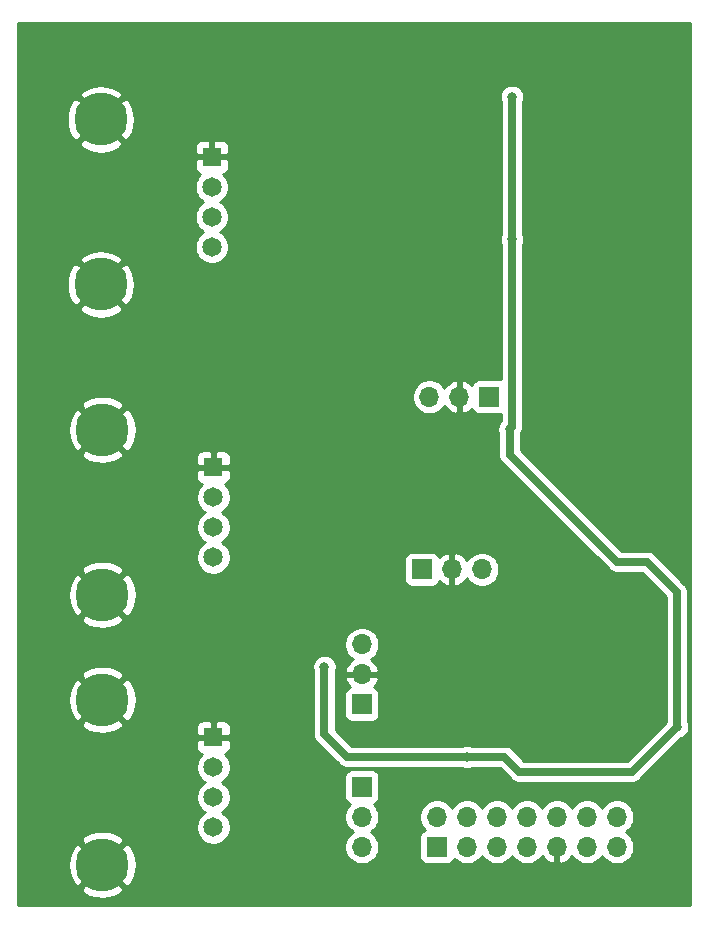
<source format=gbl>
G04 #@! TF.GenerationSoftware,KiCad,Pcbnew,(5.1.6)-1*
G04 #@! TF.CreationDate,2022-11-16T12:34:37-06:00*
G04 #@! TF.ProjectId,adc2o2,61646332-6f32-42e6-9b69-6361645f7063,rev?*
G04 #@! TF.SameCoordinates,Original*
G04 #@! TF.FileFunction,Copper,L2,Bot*
G04 #@! TF.FilePolarity,Positive*
%FSLAX46Y46*%
G04 Gerber Fmt 4.6, Leading zero omitted, Abs format (unit mm)*
G04 Created by KiCad (PCBNEW (5.1.6)-1) date 2022-11-16 12:34:37*
%MOMM*%
%LPD*%
G01*
G04 APERTURE LIST*
G04 #@! TA.AperFunction,ComponentPad*
%ADD10C,4.500000*%
G04 #@! TD*
G04 #@! TA.AperFunction,ComponentPad*
%ADD11C,1.650000*%
G04 #@! TD*
G04 #@! TA.AperFunction,ComponentPad*
%ADD12R,1.650000X1.650000*%
G04 #@! TD*
G04 #@! TA.AperFunction,ComponentPad*
%ADD13O,1.700000X1.700000*%
G04 #@! TD*
G04 #@! TA.AperFunction,ComponentPad*
%ADD14R,1.700000X1.700000*%
G04 #@! TD*
G04 #@! TA.AperFunction,ViaPad*
%ADD15C,0.800000*%
G04 #@! TD*
G04 #@! TA.AperFunction,Conductor*
%ADD16C,0.635000*%
G04 #@! TD*
G04 #@! TA.AperFunction,Conductor*
%ADD17C,0.254000*%
G04 #@! TD*
G04 APERTURE END LIST*
D10*
X70102000Y-157099000D03*
X70102000Y-143129000D03*
D11*
X79502000Y-153924000D03*
X79502000Y-151384000D03*
X79502000Y-148844000D03*
D12*
X79502000Y-146304000D03*
D10*
X70102000Y-179959000D03*
X70102000Y-165989000D03*
D11*
X79502000Y-176784000D03*
X79502000Y-174244000D03*
X79502000Y-171704000D03*
D12*
X79502000Y-169164000D03*
D10*
X69975000Y-130810000D03*
X69975000Y-116840000D03*
D11*
X79375000Y-127635000D03*
X79375000Y-125095000D03*
X79375000Y-122555000D03*
D12*
X79375000Y-120015000D03*
D13*
X97790000Y-140335000D03*
X100330000Y-140335000D03*
D14*
X102870000Y-140335000D03*
D13*
X102235000Y-154940000D03*
X99695000Y-154940000D03*
D14*
X97155000Y-154940000D03*
D13*
X113665000Y-175895000D03*
X113665000Y-178435000D03*
X111125000Y-175895000D03*
X111125000Y-178435000D03*
X108585000Y-175895000D03*
X108585000Y-178435000D03*
X106045000Y-175895000D03*
X106045000Y-178435000D03*
X103505000Y-175895000D03*
X103505000Y-178435000D03*
X100965000Y-175895000D03*
X100965000Y-178435000D03*
X98425000Y-175895000D03*
D14*
X98425000Y-178435000D03*
D13*
X92075000Y-161290000D03*
X92075000Y-163830000D03*
D14*
X92075000Y-166370000D03*
D13*
X92075000Y-178435000D03*
X92075000Y-175895000D03*
D14*
X92075000Y-173355000D03*
D15*
X87630000Y-123190000D03*
X90805000Y-123190000D03*
X93980000Y-123190000D03*
X97155000Y-123190000D03*
X97155000Y-125730000D03*
X93980000Y-125730000D03*
X90805000Y-125730000D03*
X90805000Y-128270000D03*
X93980000Y-128270000D03*
X97155000Y-128270000D03*
X97155000Y-130810000D03*
X93980000Y-130810000D03*
X97155000Y-133350000D03*
X100330000Y-130810000D03*
X100330000Y-128270000D03*
X100330000Y-125730000D03*
X108585000Y-128270000D03*
X113030000Y-128270000D03*
X117475000Y-128270000D03*
X108585000Y-132080000D03*
X113030000Y-132080000D03*
X117475000Y-132080000D03*
X117475000Y-136525000D03*
X113030000Y-136525000D03*
X108585000Y-136525000D03*
X113030000Y-140970000D03*
X108585000Y-140970000D03*
X117475000Y-140970000D03*
X117475000Y-123825000D03*
X117475000Y-118745000D03*
X117475000Y-113665000D03*
X113030000Y-113665000D03*
X113030000Y-118745000D03*
X113030000Y-123825000D03*
X108585000Y-113665000D03*
X90805000Y-118745000D03*
X93980000Y-118745000D03*
X97155000Y-118745000D03*
X97155000Y-113665000D03*
X93980000Y-113665000D03*
X90805000Y-113665000D03*
X87630000Y-113665000D03*
X87630000Y-118745000D03*
X87630000Y-130810000D03*
X87630000Y-133350000D03*
X87630000Y-136525000D03*
X87630000Y-140970000D03*
X90805000Y-140970000D03*
X93980000Y-140970000D03*
X93980000Y-136525000D03*
X90805000Y-136525000D03*
X88900000Y-146685000D03*
X92710000Y-146685000D03*
X95885000Y-146685000D03*
X99060000Y-146685000D03*
X99060000Y-143510000D03*
X95885000Y-143510000D03*
X99695000Y-149225000D03*
X104775000Y-153035000D03*
X95885000Y-153035000D03*
X99695000Y-153035000D03*
X99695000Y-157480000D03*
X100330000Y-133350000D03*
X88265000Y-155575000D03*
X92710000Y-155575000D03*
X92710000Y-158750000D03*
X88265000Y-158750000D03*
X117475000Y-146050000D03*
X117475000Y-151130000D03*
X113030000Y-146050000D03*
X113030000Y-151130000D03*
X113665000Y-157480000D03*
X113665000Y-161290000D03*
X104140000Y-165735000D03*
X95885000Y-167640000D03*
X93980000Y-167640000D03*
X92075000Y-168910000D03*
X95250000Y-168910000D03*
X88900000Y-172085000D03*
X88900000Y-175895000D03*
X89535000Y-179705000D03*
X89535000Y-182245000D03*
X94615000Y-182245000D03*
X94615000Y-179705000D03*
X102870000Y-180975000D03*
X107315000Y-180975000D03*
X112395000Y-180975000D03*
X117475000Y-175895000D03*
X94615000Y-163195000D03*
X96520000Y-165100000D03*
X108585000Y-116205000D03*
X104775000Y-127000000D03*
X88900000Y-163195000D03*
X100965000Y-170815000D03*
X118745000Y-168275000D03*
X104579847Y-143070153D03*
X104775000Y-114935000D03*
D16*
X118745000Y-156845000D02*
X118745000Y-168275000D01*
X118745000Y-168275000D02*
X114935000Y-172085000D01*
X114935000Y-172085000D02*
X105410000Y-172085000D01*
X105410000Y-172085000D02*
X104140000Y-170815000D01*
X90805000Y-170815000D02*
X88900000Y-168910000D01*
X88900000Y-168910000D02*
X88900000Y-163195000D01*
X104140000Y-170815000D02*
X100965000Y-170815000D01*
X100965000Y-170815000D02*
X90805000Y-170815000D01*
X104775000Y-142875000D02*
X104579847Y-143070153D01*
X104775000Y-127000000D02*
X104775000Y-142875000D01*
X104579847Y-143070153D02*
X104579847Y-145219847D01*
X104579847Y-145219847D02*
X113665000Y-154305000D01*
X116205000Y-154305000D02*
X118745000Y-156845000D01*
X113665000Y-154305000D02*
X116205000Y-154305000D01*
X104775000Y-127000000D02*
X104775000Y-114935000D01*
D17*
G36*
X119888000Y-183388000D02*
G01*
X62992000Y-183388000D01*
X62992000Y-181984340D01*
X68256265Y-181984340D01*
X68502416Y-182376704D01*
X69004822Y-182642312D01*
X69549393Y-182804801D01*
X70115199Y-182857928D01*
X70680498Y-182799652D01*
X71223566Y-182632210D01*
X71701584Y-182376704D01*
X71947735Y-181984340D01*
X70102000Y-180138605D01*
X68256265Y-181984340D01*
X62992000Y-181984340D01*
X62992000Y-179972199D01*
X67203072Y-179972199D01*
X67261348Y-180537498D01*
X67428790Y-181080566D01*
X67684296Y-181558584D01*
X68076660Y-181804735D01*
X69922395Y-179959000D01*
X70281605Y-179959000D01*
X72127340Y-181804735D01*
X72519704Y-181558584D01*
X72785312Y-181056178D01*
X72947801Y-180511607D01*
X73000928Y-179945801D01*
X72942652Y-179380502D01*
X72775210Y-178837434D01*
X72519704Y-178359416D01*
X72127340Y-178113265D01*
X70281605Y-179959000D01*
X69922395Y-179959000D01*
X68076660Y-178113265D01*
X67684296Y-178359416D01*
X67418688Y-178861822D01*
X67256199Y-179406393D01*
X67203072Y-179972199D01*
X62992000Y-179972199D01*
X62992000Y-177933660D01*
X68256265Y-177933660D01*
X70102000Y-179779395D01*
X71947735Y-177933660D01*
X71701584Y-177541296D01*
X71199178Y-177275688D01*
X70654607Y-177113199D01*
X70088801Y-177060072D01*
X69523502Y-177118348D01*
X68980434Y-177285790D01*
X68502416Y-177541296D01*
X68256265Y-177933660D01*
X62992000Y-177933660D01*
X62992000Y-169989000D01*
X78038928Y-169989000D01*
X78051188Y-170113482D01*
X78087498Y-170233180D01*
X78146463Y-170343494D01*
X78225815Y-170440185D01*
X78322506Y-170519537D01*
X78432820Y-170578502D01*
X78532506Y-170608742D01*
X78367944Y-170773304D01*
X78208165Y-171012431D01*
X78098107Y-171278134D01*
X78042000Y-171560203D01*
X78042000Y-171847797D01*
X78098107Y-172129866D01*
X78208165Y-172395569D01*
X78367944Y-172634696D01*
X78571304Y-172838056D01*
X78774759Y-172974000D01*
X78571304Y-173109944D01*
X78367944Y-173313304D01*
X78208165Y-173552431D01*
X78098107Y-173818134D01*
X78042000Y-174100203D01*
X78042000Y-174387797D01*
X78098107Y-174669866D01*
X78208165Y-174935569D01*
X78367944Y-175174696D01*
X78571304Y-175378056D01*
X78774759Y-175514000D01*
X78571304Y-175649944D01*
X78367944Y-175853304D01*
X78208165Y-176092431D01*
X78098107Y-176358134D01*
X78042000Y-176640203D01*
X78042000Y-176927797D01*
X78098107Y-177209866D01*
X78208165Y-177475569D01*
X78367944Y-177714696D01*
X78571304Y-177918056D01*
X78810431Y-178077835D01*
X79076134Y-178187893D01*
X79358203Y-178244000D01*
X79645797Y-178244000D01*
X79927866Y-178187893D01*
X80193569Y-178077835D01*
X80432696Y-177918056D01*
X80636056Y-177714696D01*
X80795835Y-177475569D01*
X80905893Y-177209866D01*
X80962000Y-176927797D01*
X80962000Y-176640203D01*
X80905893Y-176358134D01*
X80795835Y-176092431D01*
X80636056Y-175853304D01*
X80432696Y-175649944D01*
X80229241Y-175514000D01*
X80432696Y-175378056D01*
X80636056Y-175174696D01*
X80795835Y-174935569D01*
X80905893Y-174669866D01*
X80962000Y-174387797D01*
X80962000Y-174100203D01*
X80905893Y-173818134D01*
X80795835Y-173552431D01*
X80636056Y-173313304D01*
X80432696Y-173109944D01*
X80229241Y-172974000D01*
X80432696Y-172838056D01*
X80636056Y-172634696D01*
X80722715Y-172505000D01*
X90586928Y-172505000D01*
X90586928Y-174205000D01*
X90599188Y-174329482D01*
X90635498Y-174449180D01*
X90694463Y-174559494D01*
X90773815Y-174656185D01*
X90870506Y-174735537D01*
X90980820Y-174794502D01*
X91053380Y-174816513D01*
X90921525Y-174948368D01*
X90759010Y-175191589D01*
X90647068Y-175461842D01*
X90590000Y-175748740D01*
X90590000Y-176041260D01*
X90647068Y-176328158D01*
X90759010Y-176598411D01*
X90921525Y-176841632D01*
X91128368Y-177048475D01*
X91302760Y-177165000D01*
X91128368Y-177281525D01*
X90921525Y-177488368D01*
X90759010Y-177731589D01*
X90647068Y-178001842D01*
X90590000Y-178288740D01*
X90590000Y-178581260D01*
X90647068Y-178868158D01*
X90759010Y-179138411D01*
X90921525Y-179381632D01*
X91128368Y-179588475D01*
X91371589Y-179750990D01*
X91641842Y-179862932D01*
X91928740Y-179920000D01*
X92221260Y-179920000D01*
X92508158Y-179862932D01*
X92778411Y-179750990D01*
X93021632Y-179588475D01*
X93228475Y-179381632D01*
X93390990Y-179138411D01*
X93502932Y-178868158D01*
X93560000Y-178581260D01*
X93560000Y-178288740D01*
X93502932Y-178001842D01*
X93390990Y-177731589D01*
X93293043Y-177585000D01*
X96936928Y-177585000D01*
X96936928Y-179285000D01*
X96949188Y-179409482D01*
X96985498Y-179529180D01*
X97044463Y-179639494D01*
X97123815Y-179736185D01*
X97220506Y-179815537D01*
X97330820Y-179874502D01*
X97450518Y-179910812D01*
X97575000Y-179923072D01*
X99275000Y-179923072D01*
X99399482Y-179910812D01*
X99519180Y-179874502D01*
X99629494Y-179815537D01*
X99726185Y-179736185D01*
X99805537Y-179639494D01*
X99864502Y-179529180D01*
X99886513Y-179456620D01*
X100018368Y-179588475D01*
X100261589Y-179750990D01*
X100531842Y-179862932D01*
X100818740Y-179920000D01*
X101111260Y-179920000D01*
X101398158Y-179862932D01*
X101668411Y-179750990D01*
X101911632Y-179588475D01*
X102118475Y-179381632D01*
X102235000Y-179207240D01*
X102351525Y-179381632D01*
X102558368Y-179588475D01*
X102801589Y-179750990D01*
X103071842Y-179862932D01*
X103358740Y-179920000D01*
X103651260Y-179920000D01*
X103938158Y-179862932D01*
X104208411Y-179750990D01*
X104451632Y-179588475D01*
X104658475Y-179381632D01*
X104775000Y-179207240D01*
X104891525Y-179381632D01*
X105098368Y-179588475D01*
X105341589Y-179750990D01*
X105611842Y-179862932D01*
X105898740Y-179920000D01*
X106191260Y-179920000D01*
X106478158Y-179862932D01*
X106748411Y-179750990D01*
X106991632Y-179588475D01*
X107198475Y-179381632D01*
X107320195Y-179199466D01*
X107389822Y-179316355D01*
X107584731Y-179532588D01*
X107818080Y-179706641D01*
X108080901Y-179831825D01*
X108228110Y-179876476D01*
X108458000Y-179755155D01*
X108458000Y-178562000D01*
X108438000Y-178562000D01*
X108438000Y-178308000D01*
X108458000Y-178308000D01*
X108458000Y-178288000D01*
X108712000Y-178288000D01*
X108712000Y-178308000D01*
X108732000Y-178308000D01*
X108732000Y-178562000D01*
X108712000Y-178562000D01*
X108712000Y-179755155D01*
X108941890Y-179876476D01*
X109089099Y-179831825D01*
X109351920Y-179706641D01*
X109585269Y-179532588D01*
X109780178Y-179316355D01*
X109849805Y-179199466D01*
X109971525Y-179381632D01*
X110178368Y-179588475D01*
X110421589Y-179750990D01*
X110691842Y-179862932D01*
X110978740Y-179920000D01*
X111271260Y-179920000D01*
X111558158Y-179862932D01*
X111828411Y-179750990D01*
X112071632Y-179588475D01*
X112278475Y-179381632D01*
X112395000Y-179207240D01*
X112511525Y-179381632D01*
X112718368Y-179588475D01*
X112961589Y-179750990D01*
X113231842Y-179862932D01*
X113518740Y-179920000D01*
X113811260Y-179920000D01*
X114098158Y-179862932D01*
X114368411Y-179750990D01*
X114611632Y-179588475D01*
X114818475Y-179381632D01*
X114980990Y-179138411D01*
X115092932Y-178868158D01*
X115150000Y-178581260D01*
X115150000Y-178288740D01*
X115092932Y-178001842D01*
X114980990Y-177731589D01*
X114818475Y-177488368D01*
X114611632Y-177281525D01*
X114437240Y-177165000D01*
X114611632Y-177048475D01*
X114818475Y-176841632D01*
X114980990Y-176598411D01*
X115092932Y-176328158D01*
X115150000Y-176041260D01*
X115150000Y-175748740D01*
X115092932Y-175461842D01*
X114980990Y-175191589D01*
X114818475Y-174948368D01*
X114611632Y-174741525D01*
X114368411Y-174579010D01*
X114098158Y-174467068D01*
X113811260Y-174410000D01*
X113518740Y-174410000D01*
X113231842Y-174467068D01*
X112961589Y-174579010D01*
X112718368Y-174741525D01*
X112511525Y-174948368D01*
X112395000Y-175122760D01*
X112278475Y-174948368D01*
X112071632Y-174741525D01*
X111828411Y-174579010D01*
X111558158Y-174467068D01*
X111271260Y-174410000D01*
X110978740Y-174410000D01*
X110691842Y-174467068D01*
X110421589Y-174579010D01*
X110178368Y-174741525D01*
X109971525Y-174948368D01*
X109855000Y-175122760D01*
X109738475Y-174948368D01*
X109531632Y-174741525D01*
X109288411Y-174579010D01*
X109018158Y-174467068D01*
X108731260Y-174410000D01*
X108438740Y-174410000D01*
X108151842Y-174467068D01*
X107881589Y-174579010D01*
X107638368Y-174741525D01*
X107431525Y-174948368D01*
X107315000Y-175122760D01*
X107198475Y-174948368D01*
X106991632Y-174741525D01*
X106748411Y-174579010D01*
X106478158Y-174467068D01*
X106191260Y-174410000D01*
X105898740Y-174410000D01*
X105611842Y-174467068D01*
X105341589Y-174579010D01*
X105098368Y-174741525D01*
X104891525Y-174948368D01*
X104775000Y-175122760D01*
X104658475Y-174948368D01*
X104451632Y-174741525D01*
X104208411Y-174579010D01*
X103938158Y-174467068D01*
X103651260Y-174410000D01*
X103358740Y-174410000D01*
X103071842Y-174467068D01*
X102801589Y-174579010D01*
X102558368Y-174741525D01*
X102351525Y-174948368D01*
X102235000Y-175122760D01*
X102118475Y-174948368D01*
X101911632Y-174741525D01*
X101668411Y-174579010D01*
X101398158Y-174467068D01*
X101111260Y-174410000D01*
X100818740Y-174410000D01*
X100531842Y-174467068D01*
X100261589Y-174579010D01*
X100018368Y-174741525D01*
X99811525Y-174948368D01*
X99695000Y-175122760D01*
X99578475Y-174948368D01*
X99371632Y-174741525D01*
X99128411Y-174579010D01*
X98858158Y-174467068D01*
X98571260Y-174410000D01*
X98278740Y-174410000D01*
X97991842Y-174467068D01*
X97721589Y-174579010D01*
X97478368Y-174741525D01*
X97271525Y-174948368D01*
X97109010Y-175191589D01*
X96997068Y-175461842D01*
X96940000Y-175748740D01*
X96940000Y-176041260D01*
X96997068Y-176328158D01*
X97109010Y-176598411D01*
X97271525Y-176841632D01*
X97403380Y-176973487D01*
X97330820Y-176995498D01*
X97220506Y-177054463D01*
X97123815Y-177133815D01*
X97044463Y-177230506D01*
X96985498Y-177340820D01*
X96949188Y-177460518D01*
X96936928Y-177585000D01*
X93293043Y-177585000D01*
X93228475Y-177488368D01*
X93021632Y-177281525D01*
X92847240Y-177165000D01*
X93021632Y-177048475D01*
X93228475Y-176841632D01*
X93390990Y-176598411D01*
X93502932Y-176328158D01*
X93560000Y-176041260D01*
X93560000Y-175748740D01*
X93502932Y-175461842D01*
X93390990Y-175191589D01*
X93228475Y-174948368D01*
X93096620Y-174816513D01*
X93169180Y-174794502D01*
X93279494Y-174735537D01*
X93376185Y-174656185D01*
X93455537Y-174559494D01*
X93514502Y-174449180D01*
X93550812Y-174329482D01*
X93563072Y-174205000D01*
X93563072Y-172505000D01*
X93550812Y-172380518D01*
X93514502Y-172260820D01*
X93455537Y-172150506D01*
X93376185Y-172053815D01*
X93279494Y-171974463D01*
X93169180Y-171915498D01*
X93049482Y-171879188D01*
X92925000Y-171866928D01*
X91225000Y-171866928D01*
X91100518Y-171879188D01*
X90980820Y-171915498D01*
X90870506Y-171974463D01*
X90773815Y-172053815D01*
X90694463Y-172150506D01*
X90635498Y-172260820D01*
X90599188Y-172380518D01*
X90586928Y-172505000D01*
X80722715Y-172505000D01*
X80795835Y-172395569D01*
X80905893Y-172129866D01*
X80962000Y-171847797D01*
X80962000Y-171560203D01*
X80905893Y-171278134D01*
X80795835Y-171012431D01*
X80636056Y-170773304D01*
X80471494Y-170608742D01*
X80571180Y-170578502D01*
X80681494Y-170519537D01*
X80778185Y-170440185D01*
X80857537Y-170343494D01*
X80916502Y-170233180D01*
X80952812Y-170113482D01*
X80965072Y-169989000D01*
X80962000Y-169449750D01*
X80803250Y-169291000D01*
X79629000Y-169291000D01*
X79629000Y-169311000D01*
X79375000Y-169311000D01*
X79375000Y-169291000D01*
X78200750Y-169291000D01*
X78042000Y-169449750D01*
X78038928Y-169989000D01*
X62992000Y-169989000D01*
X62992000Y-168014340D01*
X68256265Y-168014340D01*
X68502416Y-168406704D01*
X69004822Y-168672312D01*
X69549393Y-168834801D01*
X70115199Y-168887928D01*
X70680498Y-168829652D01*
X71223566Y-168662210D01*
X71701584Y-168406704D01*
X71744058Y-168339000D01*
X78038928Y-168339000D01*
X78042000Y-168878250D01*
X78200750Y-169037000D01*
X79375000Y-169037000D01*
X79375000Y-167862750D01*
X79629000Y-167862750D01*
X79629000Y-169037000D01*
X80803250Y-169037000D01*
X80962000Y-168878250D01*
X80965072Y-168339000D01*
X80952812Y-168214518D01*
X80916502Y-168094820D01*
X80857537Y-167984506D01*
X80778185Y-167887815D01*
X80681494Y-167808463D01*
X80571180Y-167749498D01*
X80451482Y-167713188D01*
X80327000Y-167700928D01*
X79787750Y-167704000D01*
X79629000Y-167862750D01*
X79375000Y-167862750D01*
X79216250Y-167704000D01*
X78677000Y-167700928D01*
X78552518Y-167713188D01*
X78432820Y-167749498D01*
X78322506Y-167808463D01*
X78225815Y-167887815D01*
X78146463Y-167984506D01*
X78087498Y-168094820D01*
X78051188Y-168214518D01*
X78038928Y-168339000D01*
X71744058Y-168339000D01*
X71947735Y-168014340D01*
X70102000Y-166168605D01*
X68256265Y-168014340D01*
X62992000Y-168014340D01*
X62992000Y-166002199D01*
X67203072Y-166002199D01*
X67261348Y-166567498D01*
X67428790Y-167110566D01*
X67684296Y-167588584D01*
X68076660Y-167834735D01*
X69922395Y-165989000D01*
X70281605Y-165989000D01*
X72127340Y-167834735D01*
X72519704Y-167588584D01*
X72785312Y-167086178D01*
X72947801Y-166541607D01*
X73000928Y-165975801D01*
X72942652Y-165410502D01*
X72775210Y-164867434D01*
X72519704Y-164389416D01*
X72127340Y-164143265D01*
X70281605Y-165989000D01*
X69922395Y-165989000D01*
X68076660Y-164143265D01*
X67684296Y-164389416D01*
X67418688Y-164891822D01*
X67256199Y-165436393D01*
X67203072Y-166002199D01*
X62992000Y-166002199D01*
X62992000Y-163963660D01*
X68256265Y-163963660D01*
X70102000Y-165809395D01*
X71947735Y-163963660D01*
X71701584Y-163571296D01*
X71199178Y-163305688D01*
X70654607Y-163143199D01*
X70120635Y-163093061D01*
X87865000Y-163093061D01*
X87865000Y-163296939D01*
X87904774Y-163496898D01*
X87947501Y-163600049D01*
X87947500Y-168863215D01*
X87942892Y-168910000D01*
X87947500Y-168956784D01*
X87961283Y-169096722D01*
X88015748Y-169276268D01*
X88104194Y-169441741D01*
X88223222Y-169586778D01*
X88259569Y-169616607D01*
X90098397Y-171455436D01*
X90128222Y-171491778D01*
X90273259Y-171610806D01*
X90438731Y-171699252D01*
X90618277Y-171753717D01*
X90805000Y-171772108D01*
X90851785Y-171767500D01*
X100559953Y-171767500D01*
X100663102Y-171810226D01*
X100863061Y-171850000D01*
X101066939Y-171850000D01*
X101266898Y-171810226D01*
X101370047Y-171767500D01*
X103745462Y-171767500D01*
X104703397Y-172725436D01*
X104733222Y-172761778D01*
X104878259Y-172880806D01*
X105043731Y-172969252D01*
X105223277Y-173023717D01*
X105409999Y-173042108D01*
X105456784Y-173037500D01*
X114888215Y-173037500D01*
X114935000Y-173042108D01*
X114981785Y-173037500D01*
X115121723Y-173023717D01*
X115301269Y-172969252D01*
X115466741Y-172880806D01*
X115611778Y-172761778D01*
X115641607Y-172725431D01*
X119132107Y-169234931D01*
X119235256Y-169192205D01*
X119404774Y-169078937D01*
X119548937Y-168934774D01*
X119662205Y-168765256D01*
X119740226Y-168576898D01*
X119780000Y-168376939D01*
X119780000Y-168173061D01*
X119740226Y-167973102D01*
X119697500Y-167869953D01*
X119697500Y-156891784D01*
X119702108Y-156844999D01*
X119683717Y-156658277D01*
X119629252Y-156478732D01*
X119629252Y-156478731D01*
X119540806Y-156313259D01*
X119421778Y-156168222D01*
X119385431Y-156138393D01*
X116911607Y-153664569D01*
X116881778Y-153628222D01*
X116736741Y-153509194D01*
X116571269Y-153420748D01*
X116391723Y-153366283D01*
X116251785Y-153352500D01*
X116205000Y-153347892D01*
X116158215Y-153352500D01*
X114059538Y-153352500D01*
X105532347Y-144825309D01*
X105532347Y-143475200D01*
X105550409Y-143431595D01*
X105570806Y-143406741D01*
X105659252Y-143241269D01*
X105713717Y-143061723D01*
X105727500Y-142921785D01*
X105732108Y-142875001D01*
X105727500Y-142828216D01*
X105727500Y-127405047D01*
X105770226Y-127301898D01*
X105810000Y-127101939D01*
X105810000Y-126898061D01*
X105770226Y-126698102D01*
X105727500Y-126594953D01*
X105727500Y-115340047D01*
X105770226Y-115236898D01*
X105810000Y-115036939D01*
X105810000Y-114833061D01*
X105770226Y-114633102D01*
X105692205Y-114444744D01*
X105578937Y-114275226D01*
X105434774Y-114131063D01*
X105265256Y-114017795D01*
X105076898Y-113939774D01*
X104876939Y-113900000D01*
X104673061Y-113900000D01*
X104473102Y-113939774D01*
X104284744Y-114017795D01*
X104115226Y-114131063D01*
X103971063Y-114275226D01*
X103857795Y-114444744D01*
X103779774Y-114633102D01*
X103740000Y-114833061D01*
X103740000Y-115036939D01*
X103779774Y-115236898D01*
X103822501Y-115340049D01*
X103822500Y-126594953D01*
X103779774Y-126698102D01*
X103740000Y-126898061D01*
X103740000Y-127101939D01*
X103779774Y-127301898D01*
X103822500Y-127405047D01*
X103822501Y-138857023D01*
X103720000Y-138846928D01*
X102020000Y-138846928D01*
X101895518Y-138859188D01*
X101775820Y-138895498D01*
X101665506Y-138954463D01*
X101568815Y-139033815D01*
X101489463Y-139130506D01*
X101430498Y-139240820D01*
X101406034Y-139321466D01*
X101330269Y-139237412D01*
X101096920Y-139063359D01*
X100834099Y-138938175D01*
X100686890Y-138893524D01*
X100457000Y-139014845D01*
X100457000Y-140208000D01*
X100477000Y-140208000D01*
X100477000Y-140462000D01*
X100457000Y-140462000D01*
X100457000Y-141655155D01*
X100686890Y-141776476D01*
X100834099Y-141731825D01*
X101096920Y-141606641D01*
X101330269Y-141432588D01*
X101406034Y-141348534D01*
X101430498Y-141429180D01*
X101489463Y-141539494D01*
X101568815Y-141636185D01*
X101665506Y-141715537D01*
X101775820Y-141774502D01*
X101895518Y-141810812D01*
X102020000Y-141823072D01*
X103720000Y-141823072D01*
X103822501Y-141812977D01*
X103822501Y-142363788D01*
X103775910Y-142410379D01*
X103662642Y-142579897D01*
X103584621Y-142768255D01*
X103544847Y-142968214D01*
X103544847Y-143172092D01*
X103584621Y-143372051D01*
X103627347Y-143475200D01*
X103627348Y-145173053D01*
X103622739Y-145219847D01*
X103641130Y-145406569D01*
X103683640Y-145546704D01*
X103695596Y-145586116D01*
X103784042Y-145751588D01*
X103903070Y-145896625D01*
X103939412Y-145926450D01*
X112958393Y-154945431D01*
X112988222Y-154981778D01*
X113133259Y-155100806D01*
X113215995Y-155145029D01*
X113298730Y-155189252D01*
X113388504Y-155216484D01*
X113478277Y-155243717D01*
X113618215Y-155257500D01*
X113665000Y-155262108D01*
X113711785Y-155257500D01*
X115810462Y-155257500D01*
X117792500Y-157239538D01*
X117792501Y-167869951D01*
X117785069Y-167887893D01*
X114540462Y-171132500D01*
X105804539Y-171132500D01*
X104846607Y-170174569D01*
X104816778Y-170138222D01*
X104671741Y-170019194D01*
X104506269Y-169930748D01*
X104326723Y-169876283D01*
X104186785Y-169862500D01*
X104140000Y-169857892D01*
X104093215Y-169862500D01*
X101370047Y-169862500D01*
X101266898Y-169819774D01*
X101066939Y-169780000D01*
X100863061Y-169780000D01*
X100663102Y-169819774D01*
X100559953Y-169862500D01*
X91199539Y-169862500D01*
X89852500Y-168515462D01*
X89852500Y-165520000D01*
X90586928Y-165520000D01*
X90586928Y-167220000D01*
X90599188Y-167344482D01*
X90635498Y-167464180D01*
X90694463Y-167574494D01*
X90773815Y-167671185D01*
X90870506Y-167750537D01*
X90980820Y-167809502D01*
X91100518Y-167845812D01*
X91225000Y-167858072D01*
X92925000Y-167858072D01*
X93049482Y-167845812D01*
X93169180Y-167809502D01*
X93279494Y-167750537D01*
X93376185Y-167671185D01*
X93455537Y-167574494D01*
X93514502Y-167464180D01*
X93550812Y-167344482D01*
X93563072Y-167220000D01*
X93563072Y-165520000D01*
X93550812Y-165395518D01*
X93514502Y-165275820D01*
X93455537Y-165165506D01*
X93376185Y-165068815D01*
X93279494Y-164989463D01*
X93169180Y-164930498D01*
X93088534Y-164906034D01*
X93172588Y-164830269D01*
X93346641Y-164596920D01*
X93471825Y-164334099D01*
X93516476Y-164186890D01*
X93395155Y-163957000D01*
X92202000Y-163957000D01*
X92202000Y-163977000D01*
X91948000Y-163977000D01*
X91948000Y-163957000D01*
X90754845Y-163957000D01*
X90633524Y-164186890D01*
X90678175Y-164334099D01*
X90803359Y-164596920D01*
X90977412Y-164830269D01*
X91061466Y-164906034D01*
X90980820Y-164930498D01*
X90870506Y-164989463D01*
X90773815Y-165068815D01*
X90694463Y-165165506D01*
X90635498Y-165275820D01*
X90599188Y-165395518D01*
X90586928Y-165520000D01*
X89852500Y-165520000D01*
X89852500Y-163600047D01*
X89895226Y-163496898D01*
X89935000Y-163296939D01*
X89935000Y-163093061D01*
X89895226Y-162893102D01*
X89817205Y-162704744D01*
X89703937Y-162535226D01*
X89559774Y-162391063D01*
X89390256Y-162277795D01*
X89201898Y-162199774D01*
X89001939Y-162160000D01*
X88798061Y-162160000D01*
X88598102Y-162199774D01*
X88409744Y-162277795D01*
X88240226Y-162391063D01*
X88096063Y-162535226D01*
X87982795Y-162704744D01*
X87904774Y-162893102D01*
X87865000Y-163093061D01*
X70120635Y-163093061D01*
X70088801Y-163090072D01*
X69523502Y-163148348D01*
X68980434Y-163315790D01*
X68502416Y-163571296D01*
X68256265Y-163963660D01*
X62992000Y-163963660D01*
X62992000Y-161143740D01*
X90590000Y-161143740D01*
X90590000Y-161436260D01*
X90647068Y-161723158D01*
X90759010Y-161993411D01*
X90921525Y-162236632D01*
X91128368Y-162443475D01*
X91310534Y-162565195D01*
X91193645Y-162634822D01*
X90977412Y-162829731D01*
X90803359Y-163063080D01*
X90678175Y-163325901D01*
X90633524Y-163473110D01*
X90754845Y-163703000D01*
X91948000Y-163703000D01*
X91948000Y-163683000D01*
X92202000Y-163683000D01*
X92202000Y-163703000D01*
X93395155Y-163703000D01*
X93516476Y-163473110D01*
X93471825Y-163325901D01*
X93346641Y-163063080D01*
X93172588Y-162829731D01*
X92956355Y-162634822D01*
X92839466Y-162565195D01*
X93021632Y-162443475D01*
X93228475Y-162236632D01*
X93390990Y-161993411D01*
X93502932Y-161723158D01*
X93560000Y-161436260D01*
X93560000Y-161143740D01*
X93502932Y-160856842D01*
X93390990Y-160586589D01*
X93228475Y-160343368D01*
X93021632Y-160136525D01*
X92778411Y-159974010D01*
X92508158Y-159862068D01*
X92221260Y-159805000D01*
X91928740Y-159805000D01*
X91641842Y-159862068D01*
X91371589Y-159974010D01*
X91128368Y-160136525D01*
X90921525Y-160343368D01*
X90759010Y-160586589D01*
X90647068Y-160856842D01*
X90590000Y-161143740D01*
X62992000Y-161143740D01*
X62992000Y-159124340D01*
X68256265Y-159124340D01*
X68502416Y-159516704D01*
X69004822Y-159782312D01*
X69549393Y-159944801D01*
X70115199Y-159997928D01*
X70680498Y-159939652D01*
X71223566Y-159772210D01*
X71701584Y-159516704D01*
X71947735Y-159124340D01*
X70102000Y-157278605D01*
X68256265Y-159124340D01*
X62992000Y-159124340D01*
X62992000Y-157112199D01*
X67203072Y-157112199D01*
X67261348Y-157677498D01*
X67428790Y-158220566D01*
X67684296Y-158698584D01*
X68076660Y-158944735D01*
X69922395Y-157099000D01*
X70281605Y-157099000D01*
X72127340Y-158944735D01*
X72519704Y-158698584D01*
X72785312Y-158196178D01*
X72947801Y-157651607D01*
X73000928Y-157085801D01*
X72942652Y-156520502D01*
X72775210Y-155977434D01*
X72519704Y-155499416D01*
X72127340Y-155253265D01*
X70281605Y-157099000D01*
X69922395Y-157099000D01*
X68076660Y-155253265D01*
X67684296Y-155499416D01*
X67418688Y-156001822D01*
X67256199Y-156546393D01*
X67203072Y-157112199D01*
X62992000Y-157112199D01*
X62992000Y-155073660D01*
X68256265Y-155073660D01*
X70102000Y-156919395D01*
X71947735Y-155073660D01*
X71701584Y-154681296D01*
X71199178Y-154415688D01*
X70654607Y-154253199D01*
X70088801Y-154200072D01*
X69523502Y-154258348D01*
X68980434Y-154425790D01*
X68502416Y-154681296D01*
X68256265Y-155073660D01*
X62992000Y-155073660D01*
X62992000Y-147129000D01*
X78038928Y-147129000D01*
X78051188Y-147253482D01*
X78087498Y-147373180D01*
X78146463Y-147483494D01*
X78225815Y-147580185D01*
X78322506Y-147659537D01*
X78432820Y-147718502D01*
X78532506Y-147748742D01*
X78367944Y-147913304D01*
X78208165Y-148152431D01*
X78098107Y-148418134D01*
X78042000Y-148700203D01*
X78042000Y-148987797D01*
X78098107Y-149269866D01*
X78208165Y-149535569D01*
X78367944Y-149774696D01*
X78571304Y-149978056D01*
X78774759Y-150114000D01*
X78571304Y-150249944D01*
X78367944Y-150453304D01*
X78208165Y-150692431D01*
X78098107Y-150958134D01*
X78042000Y-151240203D01*
X78042000Y-151527797D01*
X78098107Y-151809866D01*
X78208165Y-152075569D01*
X78367944Y-152314696D01*
X78571304Y-152518056D01*
X78774759Y-152654000D01*
X78571304Y-152789944D01*
X78367944Y-152993304D01*
X78208165Y-153232431D01*
X78098107Y-153498134D01*
X78042000Y-153780203D01*
X78042000Y-154067797D01*
X78098107Y-154349866D01*
X78208165Y-154615569D01*
X78367944Y-154854696D01*
X78571304Y-155058056D01*
X78810431Y-155217835D01*
X79076134Y-155327893D01*
X79358203Y-155384000D01*
X79645797Y-155384000D01*
X79927866Y-155327893D01*
X80193569Y-155217835D01*
X80432696Y-155058056D01*
X80636056Y-154854696D01*
X80795835Y-154615569D01*
X80905893Y-154349866D01*
X80957583Y-154090000D01*
X95666928Y-154090000D01*
X95666928Y-155790000D01*
X95679188Y-155914482D01*
X95715498Y-156034180D01*
X95774463Y-156144494D01*
X95853815Y-156241185D01*
X95950506Y-156320537D01*
X96060820Y-156379502D01*
X96180518Y-156415812D01*
X96305000Y-156428072D01*
X98005000Y-156428072D01*
X98129482Y-156415812D01*
X98249180Y-156379502D01*
X98359494Y-156320537D01*
X98456185Y-156241185D01*
X98535537Y-156144494D01*
X98594502Y-156034180D01*
X98618966Y-155953534D01*
X98694731Y-156037588D01*
X98928080Y-156211641D01*
X99190901Y-156336825D01*
X99338110Y-156381476D01*
X99568000Y-156260155D01*
X99568000Y-155067000D01*
X99548000Y-155067000D01*
X99548000Y-154813000D01*
X99568000Y-154813000D01*
X99568000Y-153619845D01*
X99822000Y-153619845D01*
X99822000Y-154813000D01*
X99842000Y-154813000D01*
X99842000Y-155067000D01*
X99822000Y-155067000D01*
X99822000Y-156260155D01*
X100051890Y-156381476D01*
X100199099Y-156336825D01*
X100461920Y-156211641D01*
X100695269Y-156037588D01*
X100890178Y-155821355D01*
X100959805Y-155704466D01*
X101081525Y-155886632D01*
X101288368Y-156093475D01*
X101531589Y-156255990D01*
X101801842Y-156367932D01*
X102088740Y-156425000D01*
X102381260Y-156425000D01*
X102668158Y-156367932D01*
X102938411Y-156255990D01*
X103181632Y-156093475D01*
X103388475Y-155886632D01*
X103550990Y-155643411D01*
X103662932Y-155373158D01*
X103720000Y-155086260D01*
X103720000Y-154793740D01*
X103662932Y-154506842D01*
X103550990Y-154236589D01*
X103388475Y-153993368D01*
X103181632Y-153786525D01*
X102938411Y-153624010D01*
X102668158Y-153512068D01*
X102381260Y-153455000D01*
X102088740Y-153455000D01*
X101801842Y-153512068D01*
X101531589Y-153624010D01*
X101288368Y-153786525D01*
X101081525Y-153993368D01*
X100959805Y-154175534D01*
X100890178Y-154058645D01*
X100695269Y-153842412D01*
X100461920Y-153668359D01*
X100199099Y-153543175D01*
X100051890Y-153498524D01*
X99822000Y-153619845D01*
X99568000Y-153619845D01*
X99338110Y-153498524D01*
X99190901Y-153543175D01*
X98928080Y-153668359D01*
X98694731Y-153842412D01*
X98618966Y-153926466D01*
X98594502Y-153845820D01*
X98535537Y-153735506D01*
X98456185Y-153638815D01*
X98359494Y-153559463D01*
X98249180Y-153500498D01*
X98129482Y-153464188D01*
X98005000Y-153451928D01*
X96305000Y-153451928D01*
X96180518Y-153464188D01*
X96060820Y-153500498D01*
X95950506Y-153559463D01*
X95853815Y-153638815D01*
X95774463Y-153735506D01*
X95715498Y-153845820D01*
X95679188Y-153965518D01*
X95666928Y-154090000D01*
X80957583Y-154090000D01*
X80962000Y-154067797D01*
X80962000Y-153780203D01*
X80905893Y-153498134D01*
X80795835Y-153232431D01*
X80636056Y-152993304D01*
X80432696Y-152789944D01*
X80229241Y-152654000D01*
X80432696Y-152518056D01*
X80636056Y-152314696D01*
X80795835Y-152075569D01*
X80905893Y-151809866D01*
X80962000Y-151527797D01*
X80962000Y-151240203D01*
X80905893Y-150958134D01*
X80795835Y-150692431D01*
X80636056Y-150453304D01*
X80432696Y-150249944D01*
X80229241Y-150114000D01*
X80432696Y-149978056D01*
X80636056Y-149774696D01*
X80795835Y-149535569D01*
X80905893Y-149269866D01*
X80962000Y-148987797D01*
X80962000Y-148700203D01*
X80905893Y-148418134D01*
X80795835Y-148152431D01*
X80636056Y-147913304D01*
X80471494Y-147748742D01*
X80571180Y-147718502D01*
X80681494Y-147659537D01*
X80778185Y-147580185D01*
X80857537Y-147483494D01*
X80916502Y-147373180D01*
X80952812Y-147253482D01*
X80965072Y-147129000D01*
X80962000Y-146589750D01*
X80803250Y-146431000D01*
X79629000Y-146431000D01*
X79629000Y-146451000D01*
X79375000Y-146451000D01*
X79375000Y-146431000D01*
X78200750Y-146431000D01*
X78042000Y-146589750D01*
X78038928Y-147129000D01*
X62992000Y-147129000D01*
X62992000Y-145154340D01*
X68256265Y-145154340D01*
X68502416Y-145546704D01*
X69004822Y-145812312D01*
X69549393Y-145974801D01*
X70115199Y-146027928D01*
X70680498Y-145969652D01*
X71223566Y-145802210D01*
X71701584Y-145546704D01*
X71744058Y-145479000D01*
X78038928Y-145479000D01*
X78042000Y-146018250D01*
X78200750Y-146177000D01*
X79375000Y-146177000D01*
X79375000Y-145002750D01*
X79629000Y-145002750D01*
X79629000Y-146177000D01*
X80803250Y-146177000D01*
X80962000Y-146018250D01*
X80965072Y-145479000D01*
X80952812Y-145354518D01*
X80916502Y-145234820D01*
X80857537Y-145124506D01*
X80778185Y-145027815D01*
X80681494Y-144948463D01*
X80571180Y-144889498D01*
X80451482Y-144853188D01*
X80327000Y-144840928D01*
X79787750Y-144844000D01*
X79629000Y-145002750D01*
X79375000Y-145002750D01*
X79216250Y-144844000D01*
X78677000Y-144840928D01*
X78552518Y-144853188D01*
X78432820Y-144889498D01*
X78322506Y-144948463D01*
X78225815Y-145027815D01*
X78146463Y-145124506D01*
X78087498Y-145234820D01*
X78051188Y-145354518D01*
X78038928Y-145479000D01*
X71744058Y-145479000D01*
X71947735Y-145154340D01*
X70102000Y-143308605D01*
X68256265Y-145154340D01*
X62992000Y-145154340D01*
X62992000Y-143142199D01*
X67203072Y-143142199D01*
X67261348Y-143707498D01*
X67428790Y-144250566D01*
X67684296Y-144728584D01*
X68076660Y-144974735D01*
X69922395Y-143129000D01*
X70281605Y-143129000D01*
X72127340Y-144974735D01*
X72519704Y-144728584D01*
X72785312Y-144226178D01*
X72947801Y-143681607D01*
X73000928Y-143115801D01*
X72942652Y-142550502D01*
X72775210Y-142007434D01*
X72519704Y-141529416D01*
X72127340Y-141283265D01*
X70281605Y-143129000D01*
X69922395Y-143129000D01*
X68076660Y-141283265D01*
X67684296Y-141529416D01*
X67418688Y-142031822D01*
X67256199Y-142576393D01*
X67203072Y-143142199D01*
X62992000Y-143142199D01*
X62992000Y-141103660D01*
X68256265Y-141103660D01*
X70102000Y-142949395D01*
X71947735Y-141103660D01*
X71701584Y-140711296D01*
X71199178Y-140445688D01*
X70654607Y-140283199D01*
X70088801Y-140230072D01*
X69523502Y-140288348D01*
X68980434Y-140455790D01*
X68502416Y-140711296D01*
X68256265Y-141103660D01*
X62992000Y-141103660D01*
X62992000Y-140188740D01*
X96305000Y-140188740D01*
X96305000Y-140481260D01*
X96362068Y-140768158D01*
X96474010Y-141038411D01*
X96636525Y-141281632D01*
X96843368Y-141488475D01*
X97086589Y-141650990D01*
X97356842Y-141762932D01*
X97643740Y-141820000D01*
X97936260Y-141820000D01*
X98223158Y-141762932D01*
X98493411Y-141650990D01*
X98736632Y-141488475D01*
X98943475Y-141281632D01*
X99065195Y-141099466D01*
X99134822Y-141216355D01*
X99329731Y-141432588D01*
X99563080Y-141606641D01*
X99825901Y-141731825D01*
X99973110Y-141776476D01*
X100203000Y-141655155D01*
X100203000Y-140462000D01*
X100183000Y-140462000D01*
X100183000Y-140208000D01*
X100203000Y-140208000D01*
X100203000Y-139014845D01*
X99973110Y-138893524D01*
X99825901Y-138938175D01*
X99563080Y-139063359D01*
X99329731Y-139237412D01*
X99134822Y-139453645D01*
X99065195Y-139570534D01*
X98943475Y-139388368D01*
X98736632Y-139181525D01*
X98493411Y-139019010D01*
X98223158Y-138907068D01*
X97936260Y-138850000D01*
X97643740Y-138850000D01*
X97356842Y-138907068D01*
X97086589Y-139019010D01*
X96843368Y-139181525D01*
X96636525Y-139388368D01*
X96474010Y-139631589D01*
X96362068Y-139901842D01*
X96305000Y-140188740D01*
X62992000Y-140188740D01*
X62992000Y-132835340D01*
X68129265Y-132835340D01*
X68375416Y-133227704D01*
X68877822Y-133493312D01*
X69422393Y-133655801D01*
X69988199Y-133708928D01*
X70553498Y-133650652D01*
X71096566Y-133483210D01*
X71574584Y-133227704D01*
X71820735Y-132835340D01*
X69975000Y-130989605D01*
X68129265Y-132835340D01*
X62992000Y-132835340D01*
X62992000Y-130823199D01*
X67076072Y-130823199D01*
X67134348Y-131388498D01*
X67301790Y-131931566D01*
X67557296Y-132409584D01*
X67949660Y-132655735D01*
X69795395Y-130810000D01*
X70154605Y-130810000D01*
X72000340Y-132655735D01*
X72392704Y-132409584D01*
X72658312Y-131907178D01*
X72820801Y-131362607D01*
X72873928Y-130796801D01*
X72815652Y-130231502D01*
X72648210Y-129688434D01*
X72392704Y-129210416D01*
X72000340Y-128964265D01*
X70154605Y-130810000D01*
X69795395Y-130810000D01*
X67949660Y-128964265D01*
X67557296Y-129210416D01*
X67291688Y-129712822D01*
X67129199Y-130257393D01*
X67076072Y-130823199D01*
X62992000Y-130823199D01*
X62992000Y-128784660D01*
X68129265Y-128784660D01*
X69975000Y-130630395D01*
X71820735Y-128784660D01*
X71574584Y-128392296D01*
X71072178Y-128126688D01*
X70527607Y-127964199D01*
X69961801Y-127911072D01*
X69396502Y-127969348D01*
X68853434Y-128136790D01*
X68375416Y-128392296D01*
X68129265Y-128784660D01*
X62992000Y-128784660D01*
X62992000Y-120840000D01*
X77911928Y-120840000D01*
X77924188Y-120964482D01*
X77960498Y-121084180D01*
X78019463Y-121194494D01*
X78098815Y-121291185D01*
X78195506Y-121370537D01*
X78305820Y-121429502D01*
X78405506Y-121459742D01*
X78240944Y-121624304D01*
X78081165Y-121863431D01*
X77971107Y-122129134D01*
X77915000Y-122411203D01*
X77915000Y-122698797D01*
X77971107Y-122980866D01*
X78081165Y-123246569D01*
X78240944Y-123485696D01*
X78444304Y-123689056D01*
X78647759Y-123825000D01*
X78444304Y-123960944D01*
X78240944Y-124164304D01*
X78081165Y-124403431D01*
X77971107Y-124669134D01*
X77915000Y-124951203D01*
X77915000Y-125238797D01*
X77971107Y-125520866D01*
X78081165Y-125786569D01*
X78240944Y-126025696D01*
X78444304Y-126229056D01*
X78647759Y-126365000D01*
X78444304Y-126500944D01*
X78240944Y-126704304D01*
X78081165Y-126943431D01*
X77971107Y-127209134D01*
X77915000Y-127491203D01*
X77915000Y-127778797D01*
X77971107Y-128060866D01*
X78081165Y-128326569D01*
X78240944Y-128565696D01*
X78444304Y-128769056D01*
X78683431Y-128928835D01*
X78949134Y-129038893D01*
X79231203Y-129095000D01*
X79518797Y-129095000D01*
X79800866Y-129038893D01*
X80066569Y-128928835D01*
X80305696Y-128769056D01*
X80509056Y-128565696D01*
X80668835Y-128326569D01*
X80778893Y-128060866D01*
X80835000Y-127778797D01*
X80835000Y-127491203D01*
X80778893Y-127209134D01*
X80668835Y-126943431D01*
X80509056Y-126704304D01*
X80305696Y-126500944D01*
X80102241Y-126365000D01*
X80305696Y-126229056D01*
X80509056Y-126025696D01*
X80668835Y-125786569D01*
X80778893Y-125520866D01*
X80835000Y-125238797D01*
X80835000Y-124951203D01*
X80778893Y-124669134D01*
X80668835Y-124403431D01*
X80509056Y-124164304D01*
X80305696Y-123960944D01*
X80102241Y-123825000D01*
X80305696Y-123689056D01*
X80509056Y-123485696D01*
X80668835Y-123246569D01*
X80778893Y-122980866D01*
X80835000Y-122698797D01*
X80835000Y-122411203D01*
X80778893Y-122129134D01*
X80668835Y-121863431D01*
X80509056Y-121624304D01*
X80344494Y-121459742D01*
X80444180Y-121429502D01*
X80554494Y-121370537D01*
X80651185Y-121291185D01*
X80730537Y-121194494D01*
X80789502Y-121084180D01*
X80825812Y-120964482D01*
X80838072Y-120840000D01*
X80835000Y-120300750D01*
X80676250Y-120142000D01*
X79502000Y-120142000D01*
X79502000Y-120162000D01*
X79248000Y-120162000D01*
X79248000Y-120142000D01*
X78073750Y-120142000D01*
X77915000Y-120300750D01*
X77911928Y-120840000D01*
X62992000Y-120840000D01*
X62992000Y-118865340D01*
X68129265Y-118865340D01*
X68375416Y-119257704D01*
X68877822Y-119523312D01*
X69422393Y-119685801D01*
X69988199Y-119738928D01*
X70553498Y-119680652D01*
X71096566Y-119513210D01*
X71574584Y-119257704D01*
X71617058Y-119190000D01*
X77911928Y-119190000D01*
X77915000Y-119729250D01*
X78073750Y-119888000D01*
X79248000Y-119888000D01*
X79248000Y-118713750D01*
X79502000Y-118713750D01*
X79502000Y-119888000D01*
X80676250Y-119888000D01*
X80835000Y-119729250D01*
X80838072Y-119190000D01*
X80825812Y-119065518D01*
X80789502Y-118945820D01*
X80730537Y-118835506D01*
X80651185Y-118738815D01*
X80554494Y-118659463D01*
X80444180Y-118600498D01*
X80324482Y-118564188D01*
X80200000Y-118551928D01*
X79660750Y-118555000D01*
X79502000Y-118713750D01*
X79248000Y-118713750D01*
X79089250Y-118555000D01*
X78550000Y-118551928D01*
X78425518Y-118564188D01*
X78305820Y-118600498D01*
X78195506Y-118659463D01*
X78098815Y-118738815D01*
X78019463Y-118835506D01*
X77960498Y-118945820D01*
X77924188Y-119065518D01*
X77911928Y-119190000D01*
X71617058Y-119190000D01*
X71820735Y-118865340D01*
X69975000Y-117019605D01*
X68129265Y-118865340D01*
X62992000Y-118865340D01*
X62992000Y-116853199D01*
X67076072Y-116853199D01*
X67134348Y-117418498D01*
X67301790Y-117961566D01*
X67557296Y-118439584D01*
X67949660Y-118685735D01*
X69795395Y-116840000D01*
X70154605Y-116840000D01*
X72000340Y-118685735D01*
X72392704Y-118439584D01*
X72658312Y-117937178D01*
X72820801Y-117392607D01*
X72873928Y-116826801D01*
X72815652Y-116261502D01*
X72648210Y-115718434D01*
X72392704Y-115240416D01*
X72000340Y-114994265D01*
X70154605Y-116840000D01*
X69795395Y-116840000D01*
X67949660Y-114994265D01*
X67557296Y-115240416D01*
X67291688Y-115742822D01*
X67129199Y-116287393D01*
X67076072Y-116853199D01*
X62992000Y-116853199D01*
X62992000Y-114814660D01*
X68129265Y-114814660D01*
X69975000Y-116660395D01*
X71820735Y-114814660D01*
X71574584Y-114422296D01*
X71072178Y-114156688D01*
X70527607Y-113994199D01*
X69961801Y-113941072D01*
X69396502Y-113999348D01*
X68853434Y-114166790D01*
X68375416Y-114422296D01*
X68129265Y-114814660D01*
X62992000Y-114814660D01*
X62992000Y-108712000D01*
X119888000Y-108712000D01*
X119888000Y-183388000D01*
G37*
X119888000Y-183388000D02*
X62992000Y-183388000D01*
X62992000Y-181984340D01*
X68256265Y-181984340D01*
X68502416Y-182376704D01*
X69004822Y-182642312D01*
X69549393Y-182804801D01*
X70115199Y-182857928D01*
X70680498Y-182799652D01*
X71223566Y-182632210D01*
X71701584Y-182376704D01*
X71947735Y-181984340D01*
X70102000Y-180138605D01*
X68256265Y-181984340D01*
X62992000Y-181984340D01*
X62992000Y-179972199D01*
X67203072Y-179972199D01*
X67261348Y-180537498D01*
X67428790Y-181080566D01*
X67684296Y-181558584D01*
X68076660Y-181804735D01*
X69922395Y-179959000D01*
X70281605Y-179959000D01*
X72127340Y-181804735D01*
X72519704Y-181558584D01*
X72785312Y-181056178D01*
X72947801Y-180511607D01*
X73000928Y-179945801D01*
X72942652Y-179380502D01*
X72775210Y-178837434D01*
X72519704Y-178359416D01*
X72127340Y-178113265D01*
X70281605Y-179959000D01*
X69922395Y-179959000D01*
X68076660Y-178113265D01*
X67684296Y-178359416D01*
X67418688Y-178861822D01*
X67256199Y-179406393D01*
X67203072Y-179972199D01*
X62992000Y-179972199D01*
X62992000Y-177933660D01*
X68256265Y-177933660D01*
X70102000Y-179779395D01*
X71947735Y-177933660D01*
X71701584Y-177541296D01*
X71199178Y-177275688D01*
X70654607Y-177113199D01*
X70088801Y-177060072D01*
X69523502Y-177118348D01*
X68980434Y-177285790D01*
X68502416Y-177541296D01*
X68256265Y-177933660D01*
X62992000Y-177933660D01*
X62992000Y-169989000D01*
X78038928Y-169989000D01*
X78051188Y-170113482D01*
X78087498Y-170233180D01*
X78146463Y-170343494D01*
X78225815Y-170440185D01*
X78322506Y-170519537D01*
X78432820Y-170578502D01*
X78532506Y-170608742D01*
X78367944Y-170773304D01*
X78208165Y-171012431D01*
X78098107Y-171278134D01*
X78042000Y-171560203D01*
X78042000Y-171847797D01*
X78098107Y-172129866D01*
X78208165Y-172395569D01*
X78367944Y-172634696D01*
X78571304Y-172838056D01*
X78774759Y-172974000D01*
X78571304Y-173109944D01*
X78367944Y-173313304D01*
X78208165Y-173552431D01*
X78098107Y-173818134D01*
X78042000Y-174100203D01*
X78042000Y-174387797D01*
X78098107Y-174669866D01*
X78208165Y-174935569D01*
X78367944Y-175174696D01*
X78571304Y-175378056D01*
X78774759Y-175514000D01*
X78571304Y-175649944D01*
X78367944Y-175853304D01*
X78208165Y-176092431D01*
X78098107Y-176358134D01*
X78042000Y-176640203D01*
X78042000Y-176927797D01*
X78098107Y-177209866D01*
X78208165Y-177475569D01*
X78367944Y-177714696D01*
X78571304Y-177918056D01*
X78810431Y-178077835D01*
X79076134Y-178187893D01*
X79358203Y-178244000D01*
X79645797Y-178244000D01*
X79927866Y-178187893D01*
X80193569Y-178077835D01*
X80432696Y-177918056D01*
X80636056Y-177714696D01*
X80795835Y-177475569D01*
X80905893Y-177209866D01*
X80962000Y-176927797D01*
X80962000Y-176640203D01*
X80905893Y-176358134D01*
X80795835Y-176092431D01*
X80636056Y-175853304D01*
X80432696Y-175649944D01*
X80229241Y-175514000D01*
X80432696Y-175378056D01*
X80636056Y-175174696D01*
X80795835Y-174935569D01*
X80905893Y-174669866D01*
X80962000Y-174387797D01*
X80962000Y-174100203D01*
X80905893Y-173818134D01*
X80795835Y-173552431D01*
X80636056Y-173313304D01*
X80432696Y-173109944D01*
X80229241Y-172974000D01*
X80432696Y-172838056D01*
X80636056Y-172634696D01*
X80722715Y-172505000D01*
X90586928Y-172505000D01*
X90586928Y-174205000D01*
X90599188Y-174329482D01*
X90635498Y-174449180D01*
X90694463Y-174559494D01*
X90773815Y-174656185D01*
X90870506Y-174735537D01*
X90980820Y-174794502D01*
X91053380Y-174816513D01*
X90921525Y-174948368D01*
X90759010Y-175191589D01*
X90647068Y-175461842D01*
X90590000Y-175748740D01*
X90590000Y-176041260D01*
X90647068Y-176328158D01*
X90759010Y-176598411D01*
X90921525Y-176841632D01*
X91128368Y-177048475D01*
X91302760Y-177165000D01*
X91128368Y-177281525D01*
X90921525Y-177488368D01*
X90759010Y-177731589D01*
X90647068Y-178001842D01*
X90590000Y-178288740D01*
X90590000Y-178581260D01*
X90647068Y-178868158D01*
X90759010Y-179138411D01*
X90921525Y-179381632D01*
X91128368Y-179588475D01*
X91371589Y-179750990D01*
X91641842Y-179862932D01*
X91928740Y-179920000D01*
X92221260Y-179920000D01*
X92508158Y-179862932D01*
X92778411Y-179750990D01*
X93021632Y-179588475D01*
X93228475Y-179381632D01*
X93390990Y-179138411D01*
X93502932Y-178868158D01*
X93560000Y-178581260D01*
X93560000Y-178288740D01*
X93502932Y-178001842D01*
X93390990Y-177731589D01*
X93293043Y-177585000D01*
X96936928Y-177585000D01*
X96936928Y-179285000D01*
X96949188Y-179409482D01*
X96985498Y-179529180D01*
X97044463Y-179639494D01*
X97123815Y-179736185D01*
X97220506Y-179815537D01*
X97330820Y-179874502D01*
X97450518Y-179910812D01*
X97575000Y-179923072D01*
X99275000Y-179923072D01*
X99399482Y-179910812D01*
X99519180Y-179874502D01*
X99629494Y-179815537D01*
X99726185Y-179736185D01*
X99805537Y-179639494D01*
X99864502Y-179529180D01*
X99886513Y-179456620D01*
X100018368Y-179588475D01*
X100261589Y-179750990D01*
X100531842Y-179862932D01*
X100818740Y-179920000D01*
X101111260Y-179920000D01*
X101398158Y-179862932D01*
X101668411Y-179750990D01*
X101911632Y-179588475D01*
X102118475Y-179381632D01*
X102235000Y-179207240D01*
X102351525Y-179381632D01*
X102558368Y-179588475D01*
X102801589Y-179750990D01*
X103071842Y-179862932D01*
X103358740Y-179920000D01*
X103651260Y-179920000D01*
X103938158Y-179862932D01*
X104208411Y-179750990D01*
X104451632Y-179588475D01*
X104658475Y-179381632D01*
X104775000Y-179207240D01*
X104891525Y-179381632D01*
X105098368Y-179588475D01*
X105341589Y-179750990D01*
X105611842Y-179862932D01*
X105898740Y-179920000D01*
X106191260Y-179920000D01*
X106478158Y-179862932D01*
X106748411Y-179750990D01*
X106991632Y-179588475D01*
X107198475Y-179381632D01*
X107320195Y-179199466D01*
X107389822Y-179316355D01*
X107584731Y-179532588D01*
X107818080Y-179706641D01*
X108080901Y-179831825D01*
X108228110Y-179876476D01*
X108458000Y-179755155D01*
X108458000Y-178562000D01*
X108438000Y-178562000D01*
X108438000Y-178308000D01*
X108458000Y-178308000D01*
X108458000Y-178288000D01*
X108712000Y-178288000D01*
X108712000Y-178308000D01*
X108732000Y-178308000D01*
X108732000Y-178562000D01*
X108712000Y-178562000D01*
X108712000Y-179755155D01*
X108941890Y-179876476D01*
X109089099Y-179831825D01*
X109351920Y-179706641D01*
X109585269Y-179532588D01*
X109780178Y-179316355D01*
X109849805Y-179199466D01*
X109971525Y-179381632D01*
X110178368Y-179588475D01*
X110421589Y-179750990D01*
X110691842Y-179862932D01*
X110978740Y-179920000D01*
X111271260Y-179920000D01*
X111558158Y-179862932D01*
X111828411Y-179750990D01*
X112071632Y-179588475D01*
X112278475Y-179381632D01*
X112395000Y-179207240D01*
X112511525Y-179381632D01*
X112718368Y-179588475D01*
X112961589Y-179750990D01*
X113231842Y-179862932D01*
X113518740Y-179920000D01*
X113811260Y-179920000D01*
X114098158Y-179862932D01*
X114368411Y-179750990D01*
X114611632Y-179588475D01*
X114818475Y-179381632D01*
X114980990Y-179138411D01*
X115092932Y-178868158D01*
X115150000Y-178581260D01*
X115150000Y-178288740D01*
X115092932Y-178001842D01*
X114980990Y-177731589D01*
X114818475Y-177488368D01*
X114611632Y-177281525D01*
X114437240Y-177165000D01*
X114611632Y-177048475D01*
X114818475Y-176841632D01*
X114980990Y-176598411D01*
X115092932Y-176328158D01*
X115150000Y-176041260D01*
X115150000Y-175748740D01*
X115092932Y-175461842D01*
X114980990Y-175191589D01*
X114818475Y-174948368D01*
X114611632Y-174741525D01*
X114368411Y-174579010D01*
X114098158Y-174467068D01*
X113811260Y-174410000D01*
X113518740Y-174410000D01*
X113231842Y-174467068D01*
X112961589Y-174579010D01*
X112718368Y-174741525D01*
X112511525Y-174948368D01*
X112395000Y-175122760D01*
X112278475Y-174948368D01*
X112071632Y-174741525D01*
X111828411Y-174579010D01*
X111558158Y-174467068D01*
X111271260Y-174410000D01*
X110978740Y-174410000D01*
X110691842Y-174467068D01*
X110421589Y-174579010D01*
X110178368Y-174741525D01*
X109971525Y-174948368D01*
X109855000Y-175122760D01*
X109738475Y-174948368D01*
X109531632Y-174741525D01*
X109288411Y-174579010D01*
X109018158Y-174467068D01*
X108731260Y-174410000D01*
X108438740Y-174410000D01*
X108151842Y-174467068D01*
X107881589Y-174579010D01*
X107638368Y-174741525D01*
X107431525Y-174948368D01*
X107315000Y-175122760D01*
X107198475Y-174948368D01*
X106991632Y-174741525D01*
X106748411Y-174579010D01*
X106478158Y-174467068D01*
X106191260Y-174410000D01*
X105898740Y-174410000D01*
X105611842Y-174467068D01*
X105341589Y-174579010D01*
X105098368Y-174741525D01*
X104891525Y-174948368D01*
X104775000Y-175122760D01*
X104658475Y-174948368D01*
X104451632Y-174741525D01*
X104208411Y-174579010D01*
X103938158Y-174467068D01*
X103651260Y-174410000D01*
X103358740Y-174410000D01*
X103071842Y-174467068D01*
X102801589Y-174579010D01*
X102558368Y-174741525D01*
X102351525Y-174948368D01*
X102235000Y-175122760D01*
X102118475Y-174948368D01*
X101911632Y-174741525D01*
X101668411Y-174579010D01*
X101398158Y-174467068D01*
X101111260Y-174410000D01*
X100818740Y-174410000D01*
X100531842Y-174467068D01*
X100261589Y-174579010D01*
X100018368Y-174741525D01*
X99811525Y-174948368D01*
X99695000Y-175122760D01*
X99578475Y-174948368D01*
X99371632Y-174741525D01*
X99128411Y-174579010D01*
X98858158Y-174467068D01*
X98571260Y-174410000D01*
X98278740Y-174410000D01*
X97991842Y-174467068D01*
X97721589Y-174579010D01*
X97478368Y-174741525D01*
X97271525Y-174948368D01*
X97109010Y-175191589D01*
X96997068Y-175461842D01*
X96940000Y-175748740D01*
X96940000Y-176041260D01*
X96997068Y-176328158D01*
X97109010Y-176598411D01*
X97271525Y-176841632D01*
X97403380Y-176973487D01*
X97330820Y-176995498D01*
X97220506Y-177054463D01*
X97123815Y-177133815D01*
X97044463Y-177230506D01*
X96985498Y-177340820D01*
X96949188Y-177460518D01*
X96936928Y-177585000D01*
X93293043Y-177585000D01*
X93228475Y-177488368D01*
X93021632Y-177281525D01*
X92847240Y-177165000D01*
X93021632Y-177048475D01*
X93228475Y-176841632D01*
X93390990Y-176598411D01*
X93502932Y-176328158D01*
X93560000Y-176041260D01*
X93560000Y-175748740D01*
X93502932Y-175461842D01*
X93390990Y-175191589D01*
X93228475Y-174948368D01*
X93096620Y-174816513D01*
X93169180Y-174794502D01*
X93279494Y-174735537D01*
X93376185Y-174656185D01*
X93455537Y-174559494D01*
X93514502Y-174449180D01*
X93550812Y-174329482D01*
X93563072Y-174205000D01*
X93563072Y-172505000D01*
X93550812Y-172380518D01*
X93514502Y-172260820D01*
X93455537Y-172150506D01*
X93376185Y-172053815D01*
X93279494Y-171974463D01*
X93169180Y-171915498D01*
X93049482Y-171879188D01*
X92925000Y-171866928D01*
X91225000Y-171866928D01*
X91100518Y-171879188D01*
X90980820Y-171915498D01*
X90870506Y-171974463D01*
X90773815Y-172053815D01*
X90694463Y-172150506D01*
X90635498Y-172260820D01*
X90599188Y-172380518D01*
X90586928Y-172505000D01*
X80722715Y-172505000D01*
X80795835Y-172395569D01*
X80905893Y-172129866D01*
X80962000Y-171847797D01*
X80962000Y-171560203D01*
X80905893Y-171278134D01*
X80795835Y-171012431D01*
X80636056Y-170773304D01*
X80471494Y-170608742D01*
X80571180Y-170578502D01*
X80681494Y-170519537D01*
X80778185Y-170440185D01*
X80857537Y-170343494D01*
X80916502Y-170233180D01*
X80952812Y-170113482D01*
X80965072Y-169989000D01*
X80962000Y-169449750D01*
X80803250Y-169291000D01*
X79629000Y-169291000D01*
X79629000Y-169311000D01*
X79375000Y-169311000D01*
X79375000Y-169291000D01*
X78200750Y-169291000D01*
X78042000Y-169449750D01*
X78038928Y-169989000D01*
X62992000Y-169989000D01*
X62992000Y-168014340D01*
X68256265Y-168014340D01*
X68502416Y-168406704D01*
X69004822Y-168672312D01*
X69549393Y-168834801D01*
X70115199Y-168887928D01*
X70680498Y-168829652D01*
X71223566Y-168662210D01*
X71701584Y-168406704D01*
X71744058Y-168339000D01*
X78038928Y-168339000D01*
X78042000Y-168878250D01*
X78200750Y-169037000D01*
X79375000Y-169037000D01*
X79375000Y-167862750D01*
X79629000Y-167862750D01*
X79629000Y-169037000D01*
X80803250Y-169037000D01*
X80962000Y-168878250D01*
X80965072Y-168339000D01*
X80952812Y-168214518D01*
X80916502Y-168094820D01*
X80857537Y-167984506D01*
X80778185Y-167887815D01*
X80681494Y-167808463D01*
X80571180Y-167749498D01*
X80451482Y-167713188D01*
X80327000Y-167700928D01*
X79787750Y-167704000D01*
X79629000Y-167862750D01*
X79375000Y-167862750D01*
X79216250Y-167704000D01*
X78677000Y-167700928D01*
X78552518Y-167713188D01*
X78432820Y-167749498D01*
X78322506Y-167808463D01*
X78225815Y-167887815D01*
X78146463Y-167984506D01*
X78087498Y-168094820D01*
X78051188Y-168214518D01*
X78038928Y-168339000D01*
X71744058Y-168339000D01*
X71947735Y-168014340D01*
X70102000Y-166168605D01*
X68256265Y-168014340D01*
X62992000Y-168014340D01*
X62992000Y-166002199D01*
X67203072Y-166002199D01*
X67261348Y-166567498D01*
X67428790Y-167110566D01*
X67684296Y-167588584D01*
X68076660Y-167834735D01*
X69922395Y-165989000D01*
X70281605Y-165989000D01*
X72127340Y-167834735D01*
X72519704Y-167588584D01*
X72785312Y-167086178D01*
X72947801Y-166541607D01*
X73000928Y-165975801D01*
X72942652Y-165410502D01*
X72775210Y-164867434D01*
X72519704Y-164389416D01*
X72127340Y-164143265D01*
X70281605Y-165989000D01*
X69922395Y-165989000D01*
X68076660Y-164143265D01*
X67684296Y-164389416D01*
X67418688Y-164891822D01*
X67256199Y-165436393D01*
X67203072Y-166002199D01*
X62992000Y-166002199D01*
X62992000Y-163963660D01*
X68256265Y-163963660D01*
X70102000Y-165809395D01*
X71947735Y-163963660D01*
X71701584Y-163571296D01*
X71199178Y-163305688D01*
X70654607Y-163143199D01*
X70120635Y-163093061D01*
X87865000Y-163093061D01*
X87865000Y-163296939D01*
X87904774Y-163496898D01*
X87947501Y-163600049D01*
X87947500Y-168863215D01*
X87942892Y-168910000D01*
X87947500Y-168956784D01*
X87961283Y-169096722D01*
X88015748Y-169276268D01*
X88104194Y-169441741D01*
X88223222Y-169586778D01*
X88259569Y-169616607D01*
X90098397Y-171455436D01*
X90128222Y-171491778D01*
X90273259Y-171610806D01*
X90438731Y-171699252D01*
X90618277Y-171753717D01*
X90805000Y-171772108D01*
X90851785Y-171767500D01*
X100559953Y-171767500D01*
X100663102Y-171810226D01*
X100863061Y-171850000D01*
X101066939Y-171850000D01*
X101266898Y-171810226D01*
X101370047Y-171767500D01*
X103745462Y-171767500D01*
X104703397Y-172725436D01*
X104733222Y-172761778D01*
X104878259Y-172880806D01*
X105043731Y-172969252D01*
X105223277Y-173023717D01*
X105409999Y-173042108D01*
X105456784Y-173037500D01*
X114888215Y-173037500D01*
X114935000Y-173042108D01*
X114981785Y-173037500D01*
X115121723Y-173023717D01*
X115301269Y-172969252D01*
X115466741Y-172880806D01*
X115611778Y-172761778D01*
X115641607Y-172725431D01*
X119132107Y-169234931D01*
X119235256Y-169192205D01*
X119404774Y-169078937D01*
X119548937Y-168934774D01*
X119662205Y-168765256D01*
X119740226Y-168576898D01*
X119780000Y-168376939D01*
X119780000Y-168173061D01*
X119740226Y-167973102D01*
X119697500Y-167869953D01*
X119697500Y-156891784D01*
X119702108Y-156844999D01*
X119683717Y-156658277D01*
X119629252Y-156478732D01*
X119629252Y-156478731D01*
X119540806Y-156313259D01*
X119421778Y-156168222D01*
X119385431Y-156138393D01*
X116911607Y-153664569D01*
X116881778Y-153628222D01*
X116736741Y-153509194D01*
X116571269Y-153420748D01*
X116391723Y-153366283D01*
X116251785Y-153352500D01*
X116205000Y-153347892D01*
X116158215Y-153352500D01*
X114059538Y-153352500D01*
X105532347Y-144825309D01*
X105532347Y-143475200D01*
X105550409Y-143431595D01*
X105570806Y-143406741D01*
X105659252Y-143241269D01*
X105713717Y-143061723D01*
X105727500Y-142921785D01*
X105732108Y-142875001D01*
X105727500Y-142828216D01*
X105727500Y-127405047D01*
X105770226Y-127301898D01*
X105810000Y-127101939D01*
X105810000Y-126898061D01*
X105770226Y-126698102D01*
X105727500Y-126594953D01*
X105727500Y-115340047D01*
X105770226Y-115236898D01*
X105810000Y-115036939D01*
X105810000Y-114833061D01*
X105770226Y-114633102D01*
X105692205Y-114444744D01*
X105578937Y-114275226D01*
X105434774Y-114131063D01*
X105265256Y-114017795D01*
X105076898Y-113939774D01*
X104876939Y-113900000D01*
X104673061Y-113900000D01*
X104473102Y-113939774D01*
X104284744Y-114017795D01*
X104115226Y-114131063D01*
X103971063Y-114275226D01*
X103857795Y-114444744D01*
X103779774Y-114633102D01*
X103740000Y-114833061D01*
X103740000Y-115036939D01*
X103779774Y-115236898D01*
X103822501Y-115340049D01*
X103822500Y-126594953D01*
X103779774Y-126698102D01*
X103740000Y-126898061D01*
X103740000Y-127101939D01*
X103779774Y-127301898D01*
X103822500Y-127405047D01*
X103822501Y-138857023D01*
X103720000Y-138846928D01*
X102020000Y-138846928D01*
X101895518Y-138859188D01*
X101775820Y-138895498D01*
X101665506Y-138954463D01*
X101568815Y-139033815D01*
X101489463Y-139130506D01*
X101430498Y-139240820D01*
X101406034Y-139321466D01*
X101330269Y-139237412D01*
X101096920Y-139063359D01*
X100834099Y-138938175D01*
X100686890Y-138893524D01*
X100457000Y-139014845D01*
X100457000Y-140208000D01*
X100477000Y-140208000D01*
X100477000Y-140462000D01*
X100457000Y-140462000D01*
X100457000Y-141655155D01*
X100686890Y-141776476D01*
X100834099Y-141731825D01*
X101096920Y-141606641D01*
X101330269Y-141432588D01*
X101406034Y-141348534D01*
X101430498Y-141429180D01*
X101489463Y-141539494D01*
X101568815Y-141636185D01*
X101665506Y-141715537D01*
X101775820Y-141774502D01*
X101895518Y-141810812D01*
X102020000Y-141823072D01*
X103720000Y-141823072D01*
X103822501Y-141812977D01*
X103822501Y-142363788D01*
X103775910Y-142410379D01*
X103662642Y-142579897D01*
X103584621Y-142768255D01*
X103544847Y-142968214D01*
X103544847Y-143172092D01*
X103584621Y-143372051D01*
X103627347Y-143475200D01*
X103627348Y-145173053D01*
X103622739Y-145219847D01*
X103641130Y-145406569D01*
X103683640Y-145546704D01*
X103695596Y-145586116D01*
X103784042Y-145751588D01*
X103903070Y-145896625D01*
X103939412Y-145926450D01*
X112958393Y-154945431D01*
X112988222Y-154981778D01*
X113133259Y-155100806D01*
X113215995Y-155145029D01*
X113298730Y-155189252D01*
X113388504Y-155216484D01*
X113478277Y-155243717D01*
X113618215Y-155257500D01*
X113665000Y-155262108D01*
X113711785Y-155257500D01*
X115810462Y-155257500D01*
X117792500Y-157239538D01*
X117792501Y-167869951D01*
X117785069Y-167887893D01*
X114540462Y-171132500D01*
X105804539Y-171132500D01*
X104846607Y-170174569D01*
X104816778Y-170138222D01*
X104671741Y-170019194D01*
X104506269Y-169930748D01*
X104326723Y-169876283D01*
X104186785Y-169862500D01*
X104140000Y-169857892D01*
X104093215Y-169862500D01*
X101370047Y-169862500D01*
X101266898Y-169819774D01*
X101066939Y-169780000D01*
X100863061Y-169780000D01*
X100663102Y-169819774D01*
X100559953Y-169862500D01*
X91199539Y-169862500D01*
X89852500Y-168515462D01*
X89852500Y-165520000D01*
X90586928Y-165520000D01*
X90586928Y-167220000D01*
X90599188Y-167344482D01*
X90635498Y-167464180D01*
X90694463Y-167574494D01*
X90773815Y-167671185D01*
X90870506Y-167750537D01*
X90980820Y-167809502D01*
X91100518Y-167845812D01*
X91225000Y-167858072D01*
X92925000Y-167858072D01*
X93049482Y-167845812D01*
X93169180Y-167809502D01*
X93279494Y-167750537D01*
X93376185Y-167671185D01*
X93455537Y-167574494D01*
X93514502Y-167464180D01*
X93550812Y-167344482D01*
X93563072Y-167220000D01*
X93563072Y-165520000D01*
X93550812Y-165395518D01*
X93514502Y-165275820D01*
X93455537Y-165165506D01*
X93376185Y-165068815D01*
X93279494Y-164989463D01*
X93169180Y-164930498D01*
X93088534Y-164906034D01*
X93172588Y-164830269D01*
X93346641Y-164596920D01*
X93471825Y-164334099D01*
X93516476Y-164186890D01*
X93395155Y-163957000D01*
X92202000Y-163957000D01*
X92202000Y-163977000D01*
X91948000Y-163977000D01*
X91948000Y-163957000D01*
X90754845Y-163957000D01*
X90633524Y-164186890D01*
X90678175Y-164334099D01*
X90803359Y-164596920D01*
X90977412Y-164830269D01*
X91061466Y-164906034D01*
X90980820Y-164930498D01*
X90870506Y-164989463D01*
X90773815Y-165068815D01*
X90694463Y-165165506D01*
X90635498Y-165275820D01*
X90599188Y-165395518D01*
X90586928Y-165520000D01*
X89852500Y-165520000D01*
X89852500Y-163600047D01*
X89895226Y-163496898D01*
X89935000Y-163296939D01*
X89935000Y-163093061D01*
X89895226Y-162893102D01*
X89817205Y-162704744D01*
X89703937Y-162535226D01*
X89559774Y-162391063D01*
X89390256Y-162277795D01*
X89201898Y-162199774D01*
X89001939Y-162160000D01*
X88798061Y-162160000D01*
X88598102Y-162199774D01*
X88409744Y-162277795D01*
X88240226Y-162391063D01*
X88096063Y-162535226D01*
X87982795Y-162704744D01*
X87904774Y-162893102D01*
X87865000Y-163093061D01*
X70120635Y-163093061D01*
X70088801Y-163090072D01*
X69523502Y-163148348D01*
X68980434Y-163315790D01*
X68502416Y-163571296D01*
X68256265Y-163963660D01*
X62992000Y-163963660D01*
X62992000Y-161143740D01*
X90590000Y-161143740D01*
X90590000Y-161436260D01*
X90647068Y-161723158D01*
X90759010Y-161993411D01*
X90921525Y-162236632D01*
X91128368Y-162443475D01*
X91310534Y-162565195D01*
X91193645Y-162634822D01*
X90977412Y-162829731D01*
X90803359Y-163063080D01*
X90678175Y-163325901D01*
X90633524Y-163473110D01*
X90754845Y-163703000D01*
X91948000Y-163703000D01*
X91948000Y-163683000D01*
X92202000Y-163683000D01*
X92202000Y-163703000D01*
X93395155Y-163703000D01*
X93516476Y-163473110D01*
X93471825Y-163325901D01*
X93346641Y-163063080D01*
X93172588Y-162829731D01*
X92956355Y-162634822D01*
X92839466Y-162565195D01*
X93021632Y-162443475D01*
X93228475Y-162236632D01*
X93390990Y-161993411D01*
X93502932Y-161723158D01*
X93560000Y-161436260D01*
X93560000Y-161143740D01*
X93502932Y-160856842D01*
X93390990Y-160586589D01*
X93228475Y-160343368D01*
X93021632Y-160136525D01*
X92778411Y-159974010D01*
X92508158Y-159862068D01*
X92221260Y-159805000D01*
X91928740Y-159805000D01*
X91641842Y-159862068D01*
X91371589Y-159974010D01*
X91128368Y-160136525D01*
X90921525Y-160343368D01*
X90759010Y-160586589D01*
X90647068Y-160856842D01*
X90590000Y-161143740D01*
X62992000Y-161143740D01*
X62992000Y-159124340D01*
X68256265Y-159124340D01*
X68502416Y-159516704D01*
X69004822Y-159782312D01*
X69549393Y-159944801D01*
X70115199Y-159997928D01*
X70680498Y-159939652D01*
X71223566Y-159772210D01*
X71701584Y-159516704D01*
X71947735Y-159124340D01*
X70102000Y-157278605D01*
X68256265Y-159124340D01*
X62992000Y-159124340D01*
X62992000Y-157112199D01*
X67203072Y-157112199D01*
X67261348Y-157677498D01*
X67428790Y-158220566D01*
X67684296Y-158698584D01*
X68076660Y-158944735D01*
X69922395Y-157099000D01*
X70281605Y-157099000D01*
X72127340Y-158944735D01*
X72519704Y-158698584D01*
X72785312Y-158196178D01*
X72947801Y-157651607D01*
X73000928Y-157085801D01*
X72942652Y-156520502D01*
X72775210Y-155977434D01*
X72519704Y-155499416D01*
X72127340Y-155253265D01*
X70281605Y-157099000D01*
X69922395Y-157099000D01*
X68076660Y-155253265D01*
X67684296Y-155499416D01*
X67418688Y-156001822D01*
X67256199Y-156546393D01*
X67203072Y-157112199D01*
X62992000Y-157112199D01*
X62992000Y-155073660D01*
X68256265Y-155073660D01*
X70102000Y-156919395D01*
X71947735Y-155073660D01*
X71701584Y-154681296D01*
X71199178Y-154415688D01*
X70654607Y-154253199D01*
X70088801Y-154200072D01*
X69523502Y-154258348D01*
X68980434Y-154425790D01*
X68502416Y-154681296D01*
X68256265Y-155073660D01*
X62992000Y-155073660D01*
X62992000Y-147129000D01*
X78038928Y-147129000D01*
X78051188Y-147253482D01*
X78087498Y-147373180D01*
X78146463Y-147483494D01*
X78225815Y-147580185D01*
X78322506Y-147659537D01*
X78432820Y-147718502D01*
X78532506Y-147748742D01*
X78367944Y-147913304D01*
X78208165Y-148152431D01*
X78098107Y-148418134D01*
X78042000Y-148700203D01*
X78042000Y-148987797D01*
X78098107Y-149269866D01*
X78208165Y-149535569D01*
X78367944Y-149774696D01*
X78571304Y-149978056D01*
X78774759Y-150114000D01*
X78571304Y-150249944D01*
X78367944Y-150453304D01*
X78208165Y-150692431D01*
X78098107Y-150958134D01*
X78042000Y-151240203D01*
X78042000Y-151527797D01*
X78098107Y-151809866D01*
X78208165Y-152075569D01*
X78367944Y-152314696D01*
X78571304Y-152518056D01*
X78774759Y-152654000D01*
X78571304Y-152789944D01*
X78367944Y-152993304D01*
X78208165Y-153232431D01*
X78098107Y-153498134D01*
X78042000Y-153780203D01*
X78042000Y-154067797D01*
X78098107Y-154349866D01*
X78208165Y-154615569D01*
X78367944Y-154854696D01*
X78571304Y-155058056D01*
X78810431Y-155217835D01*
X79076134Y-155327893D01*
X79358203Y-155384000D01*
X79645797Y-155384000D01*
X79927866Y-155327893D01*
X80193569Y-155217835D01*
X80432696Y-155058056D01*
X80636056Y-154854696D01*
X80795835Y-154615569D01*
X80905893Y-154349866D01*
X80957583Y-154090000D01*
X95666928Y-154090000D01*
X95666928Y-155790000D01*
X95679188Y-155914482D01*
X95715498Y-156034180D01*
X95774463Y-156144494D01*
X95853815Y-156241185D01*
X95950506Y-156320537D01*
X96060820Y-156379502D01*
X96180518Y-156415812D01*
X96305000Y-156428072D01*
X98005000Y-156428072D01*
X98129482Y-156415812D01*
X98249180Y-156379502D01*
X98359494Y-156320537D01*
X98456185Y-156241185D01*
X98535537Y-156144494D01*
X98594502Y-156034180D01*
X98618966Y-155953534D01*
X98694731Y-156037588D01*
X98928080Y-156211641D01*
X99190901Y-156336825D01*
X99338110Y-156381476D01*
X99568000Y-156260155D01*
X99568000Y-155067000D01*
X99548000Y-155067000D01*
X99548000Y-154813000D01*
X99568000Y-154813000D01*
X99568000Y-153619845D01*
X99822000Y-153619845D01*
X99822000Y-154813000D01*
X99842000Y-154813000D01*
X99842000Y-155067000D01*
X99822000Y-155067000D01*
X99822000Y-156260155D01*
X100051890Y-156381476D01*
X100199099Y-156336825D01*
X100461920Y-156211641D01*
X100695269Y-156037588D01*
X100890178Y-155821355D01*
X100959805Y-155704466D01*
X101081525Y-155886632D01*
X101288368Y-156093475D01*
X101531589Y-156255990D01*
X101801842Y-156367932D01*
X102088740Y-156425000D01*
X102381260Y-156425000D01*
X102668158Y-156367932D01*
X102938411Y-156255990D01*
X103181632Y-156093475D01*
X103388475Y-155886632D01*
X103550990Y-155643411D01*
X103662932Y-155373158D01*
X103720000Y-155086260D01*
X103720000Y-154793740D01*
X103662932Y-154506842D01*
X103550990Y-154236589D01*
X103388475Y-153993368D01*
X103181632Y-153786525D01*
X102938411Y-153624010D01*
X102668158Y-153512068D01*
X102381260Y-153455000D01*
X102088740Y-153455000D01*
X101801842Y-153512068D01*
X101531589Y-153624010D01*
X101288368Y-153786525D01*
X101081525Y-153993368D01*
X100959805Y-154175534D01*
X100890178Y-154058645D01*
X100695269Y-153842412D01*
X100461920Y-153668359D01*
X100199099Y-153543175D01*
X100051890Y-153498524D01*
X99822000Y-153619845D01*
X99568000Y-153619845D01*
X99338110Y-153498524D01*
X99190901Y-153543175D01*
X98928080Y-153668359D01*
X98694731Y-153842412D01*
X98618966Y-153926466D01*
X98594502Y-153845820D01*
X98535537Y-153735506D01*
X98456185Y-153638815D01*
X98359494Y-153559463D01*
X98249180Y-153500498D01*
X98129482Y-153464188D01*
X98005000Y-153451928D01*
X96305000Y-153451928D01*
X96180518Y-153464188D01*
X96060820Y-153500498D01*
X95950506Y-153559463D01*
X95853815Y-153638815D01*
X95774463Y-153735506D01*
X95715498Y-153845820D01*
X95679188Y-153965518D01*
X95666928Y-154090000D01*
X80957583Y-154090000D01*
X80962000Y-154067797D01*
X80962000Y-153780203D01*
X80905893Y-153498134D01*
X80795835Y-153232431D01*
X80636056Y-152993304D01*
X80432696Y-152789944D01*
X80229241Y-152654000D01*
X80432696Y-152518056D01*
X80636056Y-152314696D01*
X80795835Y-152075569D01*
X80905893Y-151809866D01*
X80962000Y-151527797D01*
X80962000Y-151240203D01*
X80905893Y-150958134D01*
X80795835Y-150692431D01*
X80636056Y-150453304D01*
X80432696Y-150249944D01*
X80229241Y-150114000D01*
X80432696Y-149978056D01*
X80636056Y-149774696D01*
X80795835Y-149535569D01*
X80905893Y-149269866D01*
X80962000Y-148987797D01*
X80962000Y-148700203D01*
X80905893Y-148418134D01*
X80795835Y-148152431D01*
X80636056Y-147913304D01*
X80471494Y-147748742D01*
X80571180Y-147718502D01*
X80681494Y-147659537D01*
X80778185Y-147580185D01*
X80857537Y-147483494D01*
X80916502Y-147373180D01*
X80952812Y-147253482D01*
X80965072Y-147129000D01*
X80962000Y-146589750D01*
X80803250Y-146431000D01*
X79629000Y-146431000D01*
X79629000Y-146451000D01*
X79375000Y-146451000D01*
X79375000Y-146431000D01*
X78200750Y-146431000D01*
X78042000Y-146589750D01*
X78038928Y-147129000D01*
X62992000Y-147129000D01*
X62992000Y-145154340D01*
X68256265Y-145154340D01*
X68502416Y-145546704D01*
X69004822Y-145812312D01*
X69549393Y-145974801D01*
X70115199Y-146027928D01*
X70680498Y-145969652D01*
X71223566Y-145802210D01*
X71701584Y-145546704D01*
X71744058Y-145479000D01*
X78038928Y-145479000D01*
X78042000Y-146018250D01*
X78200750Y-146177000D01*
X79375000Y-146177000D01*
X79375000Y-145002750D01*
X79629000Y-145002750D01*
X79629000Y-146177000D01*
X80803250Y-146177000D01*
X80962000Y-146018250D01*
X80965072Y-145479000D01*
X80952812Y-145354518D01*
X80916502Y-145234820D01*
X80857537Y-145124506D01*
X80778185Y-145027815D01*
X80681494Y-144948463D01*
X80571180Y-144889498D01*
X80451482Y-144853188D01*
X80327000Y-144840928D01*
X79787750Y-144844000D01*
X79629000Y-145002750D01*
X79375000Y-145002750D01*
X79216250Y-144844000D01*
X78677000Y-144840928D01*
X78552518Y-144853188D01*
X78432820Y-144889498D01*
X78322506Y-144948463D01*
X78225815Y-145027815D01*
X78146463Y-145124506D01*
X78087498Y-145234820D01*
X78051188Y-145354518D01*
X78038928Y-145479000D01*
X71744058Y-145479000D01*
X71947735Y-145154340D01*
X70102000Y-143308605D01*
X68256265Y-145154340D01*
X62992000Y-145154340D01*
X62992000Y-143142199D01*
X67203072Y-143142199D01*
X67261348Y-143707498D01*
X67428790Y-144250566D01*
X67684296Y-144728584D01*
X68076660Y-144974735D01*
X69922395Y-143129000D01*
X70281605Y-143129000D01*
X72127340Y-144974735D01*
X72519704Y-144728584D01*
X72785312Y-144226178D01*
X72947801Y-143681607D01*
X73000928Y-143115801D01*
X72942652Y-142550502D01*
X72775210Y-142007434D01*
X72519704Y-141529416D01*
X72127340Y-141283265D01*
X70281605Y-143129000D01*
X69922395Y-143129000D01*
X68076660Y-141283265D01*
X67684296Y-141529416D01*
X67418688Y-142031822D01*
X67256199Y-142576393D01*
X67203072Y-143142199D01*
X62992000Y-143142199D01*
X62992000Y-141103660D01*
X68256265Y-141103660D01*
X70102000Y-142949395D01*
X71947735Y-141103660D01*
X71701584Y-140711296D01*
X71199178Y-140445688D01*
X70654607Y-140283199D01*
X70088801Y-140230072D01*
X69523502Y-140288348D01*
X68980434Y-140455790D01*
X68502416Y-140711296D01*
X68256265Y-141103660D01*
X62992000Y-141103660D01*
X62992000Y-140188740D01*
X96305000Y-140188740D01*
X96305000Y-140481260D01*
X96362068Y-140768158D01*
X96474010Y-141038411D01*
X96636525Y-141281632D01*
X96843368Y-141488475D01*
X97086589Y-141650990D01*
X97356842Y-141762932D01*
X97643740Y-141820000D01*
X97936260Y-141820000D01*
X98223158Y-141762932D01*
X98493411Y-141650990D01*
X98736632Y-141488475D01*
X98943475Y-141281632D01*
X99065195Y-141099466D01*
X99134822Y-141216355D01*
X99329731Y-141432588D01*
X99563080Y-141606641D01*
X99825901Y-141731825D01*
X99973110Y-141776476D01*
X100203000Y-141655155D01*
X100203000Y-140462000D01*
X100183000Y-140462000D01*
X100183000Y-140208000D01*
X100203000Y-140208000D01*
X100203000Y-139014845D01*
X99973110Y-138893524D01*
X99825901Y-138938175D01*
X99563080Y-139063359D01*
X99329731Y-139237412D01*
X99134822Y-139453645D01*
X99065195Y-139570534D01*
X98943475Y-139388368D01*
X98736632Y-139181525D01*
X98493411Y-139019010D01*
X98223158Y-138907068D01*
X97936260Y-138850000D01*
X97643740Y-138850000D01*
X97356842Y-138907068D01*
X97086589Y-139019010D01*
X96843368Y-139181525D01*
X96636525Y-139388368D01*
X96474010Y-139631589D01*
X96362068Y-139901842D01*
X96305000Y-140188740D01*
X62992000Y-140188740D01*
X62992000Y-132835340D01*
X68129265Y-132835340D01*
X68375416Y-133227704D01*
X68877822Y-133493312D01*
X69422393Y-133655801D01*
X69988199Y-133708928D01*
X70553498Y-133650652D01*
X71096566Y-133483210D01*
X71574584Y-133227704D01*
X71820735Y-132835340D01*
X69975000Y-130989605D01*
X68129265Y-132835340D01*
X62992000Y-132835340D01*
X62992000Y-130823199D01*
X67076072Y-130823199D01*
X67134348Y-131388498D01*
X67301790Y-131931566D01*
X67557296Y-132409584D01*
X67949660Y-132655735D01*
X69795395Y-130810000D01*
X70154605Y-130810000D01*
X72000340Y-132655735D01*
X72392704Y-132409584D01*
X72658312Y-131907178D01*
X72820801Y-131362607D01*
X72873928Y-130796801D01*
X72815652Y-130231502D01*
X72648210Y-129688434D01*
X72392704Y-129210416D01*
X72000340Y-128964265D01*
X70154605Y-130810000D01*
X69795395Y-130810000D01*
X67949660Y-128964265D01*
X67557296Y-129210416D01*
X67291688Y-129712822D01*
X67129199Y-130257393D01*
X67076072Y-130823199D01*
X62992000Y-130823199D01*
X62992000Y-128784660D01*
X68129265Y-128784660D01*
X69975000Y-130630395D01*
X71820735Y-128784660D01*
X71574584Y-128392296D01*
X71072178Y-128126688D01*
X70527607Y-127964199D01*
X69961801Y-127911072D01*
X69396502Y-127969348D01*
X68853434Y-128136790D01*
X68375416Y-128392296D01*
X68129265Y-128784660D01*
X62992000Y-128784660D01*
X62992000Y-120840000D01*
X77911928Y-120840000D01*
X77924188Y-120964482D01*
X77960498Y-121084180D01*
X78019463Y-121194494D01*
X78098815Y-121291185D01*
X78195506Y-121370537D01*
X78305820Y-121429502D01*
X78405506Y-121459742D01*
X78240944Y-121624304D01*
X78081165Y-121863431D01*
X77971107Y-122129134D01*
X77915000Y-122411203D01*
X77915000Y-122698797D01*
X77971107Y-122980866D01*
X78081165Y-123246569D01*
X78240944Y-123485696D01*
X78444304Y-123689056D01*
X78647759Y-123825000D01*
X78444304Y-123960944D01*
X78240944Y-124164304D01*
X78081165Y-124403431D01*
X77971107Y-124669134D01*
X77915000Y-124951203D01*
X77915000Y-125238797D01*
X77971107Y-125520866D01*
X78081165Y-125786569D01*
X78240944Y-126025696D01*
X78444304Y-126229056D01*
X78647759Y-126365000D01*
X78444304Y-126500944D01*
X78240944Y-126704304D01*
X78081165Y-126943431D01*
X77971107Y-127209134D01*
X77915000Y-127491203D01*
X77915000Y-127778797D01*
X77971107Y-128060866D01*
X78081165Y-128326569D01*
X78240944Y-128565696D01*
X78444304Y-128769056D01*
X78683431Y-128928835D01*
X78949134Y-129038893D01*
X79231203Y-129095000D01*
X79518797Y-129095000D01*
X79800866Y-129038893D01*
X80066569Y-128928835D01*
X80305696Y-128769056D01*
X80509056Y-128565696D01*
X80668835Y-128326569D01*
X80778893Y-128060866D01*
X80835000Y-127778797D01*
X80835000Y-127491203D01*
X80778893Y-127209134D01*
X80668835Y-126943431D01*
X80509056Y-126704304D01*
X80305696Y-126500944D01*
X80102241Y-126365000D01*
X80305696Y-126229056D01*
X80509056Y-126025696D01*
X80668835Y-125786569D01*
X80778893Y-125520866D01*
X80835000Y-125238797D01*
X80835000Y-124951203D01*
X80778893Y-124669134D01*
X80668835Y-124403431D01*
X80509056Y-124164304D01*
X80305696Y-123960944D01*
X80102241Y-123825000D01*
X80305696Y-123689056D01*
X80509056Y-123485696D01*
X80668835Y-123246569D01*
X80778893Y-122980866D01*
X80835000Y-122698797D01*
X80835000Y-122411203D01*
X80778893Y-122129134D01*
X80668835Y-121863431D01*
X80509056Y-121624304D01*
X80344494Y-121459742D01*
X80444180Y-121429502D01*
X80554494Y-121370537D01*
X80651185Y-121291185D01*
X80730537Y-121194494D01*
X80789502Y-121084180D01*
X80825812Y-120964482D01*
X80838072Y-120840000D01*
X80835000Y-120300750D01*
X80676250Y-120142000D01*
X79502000Y-120142000D01*
X79502000Y-120162000D01*
X79248000Y-120162000D01*
X79248000Y-120142000D01*
X78073750Y-120142000D01*
X77915000Y-120300750D01*
X77911928Y-120840000D01*
X62992000Y-120840000D01*
X62992000Y-118865340D01*
X68129265Y-118865340D01*
X68375416Y-119257704D01*
X68877822Y-119523312D01*
X69422393Y-119685801D01*
X69988199Y-119738928D01*
X70553498Y-119680652D01*
X71096566Y-119513210D01*
X71574584Y-119257704D01*
X71617058Y-119190000D01*
X77911928Y-119190000D01*
X77915000Y-119729250D01*
X78073750Y-119888000D01*
X79248000Y-119888000D01*
X79248000Y-118713750D01*
X79502000Y-118713750D01*
X79502000Y-119888000D01*
X80676250Y-119888000D01*
X80835000Y-119729250D01*
X80838072Y-119190000D01*
X80825812Y-119065518D01*
X80789502Y-118945820D01*
X80730537Y-118835506D01*
X80651185Y-118738815D01*
X80554494Y-118659463D01*
X80444180Y-118600498D01*
X80324482Y-118564188D01*
X80200000Y-118551928D01*
X79660750Y-118555000D01*
X79502000Y-118713750D01*
X79248000Y-118713750D01*
X79089250Y-118555000D01*
X78550000Y-118551928D01*
X78425518Y-118564188D01*
X78305820Y-118600498D01*
X78195506Y-118659463D01*
X78098815Y-118738815D01*
X78019463Y-118835506D01*
X77960498Y-118945820D01*
X77924188Y-119065518D01*
X77911928Y-119190000D01*
X71617058Y-119190000D01*
X71820735Y-118865340D01*
X69975000Y-117019605D01*
X68129265Y-118865340D01*
X62992000Y-118865340D01*
X62992000Y-116853199D01*
X67076072Y-116853199D01*
X67134348Y-117418498D01*
X67301790Y-117961566D01*
X67557296Y-118439584D01*
X67949660Y-118685735D01*
X69795395Y-116840000D01*
X70154605Y-116840000D01*
X72000340Y-118685735D01*
X72392704Y-118439584D01*
X72658312Y-117937178D01*
X72820801Y-117392607D01*
X72873928Y-116826801D01*
X72815652Y-116261502D01*
X72648210Y-115718434D01*
X72392704Y-115240416D01*
X72000340Y-114994265D01*
X70154605Y-116840000D01*
X69795395Y-116840000D01*
X67949660Y-114994265D01*
X67557296Y-115240416D01*
X67291688Y-115742822D01*
X67129199Y-116287393D01*
X67076072Y-116853199D01*
X62992000Y-116853199D01*
X62992000Y-114814660D01*
X68129265Y-114814660D01*
X69975000Y-116660395D01*
X71820735Y-114814660D01*
X71574584Y-114422296D01*
X71072178Y-114156688D01*
X70527607Y-113994199D01*
X69961801Y-113941072D01*
X69396502Y-113999348D01*
X68853434Y-114166790D01*
X68375416Y-114422296D01*
X68129265Y-114814660D01*
X62992000Y-114814660D01*
X62992000Y-108712000D01*
X119888000Y-108712000D01*
X119888000Y-183388000D01*
M02*

</source>
